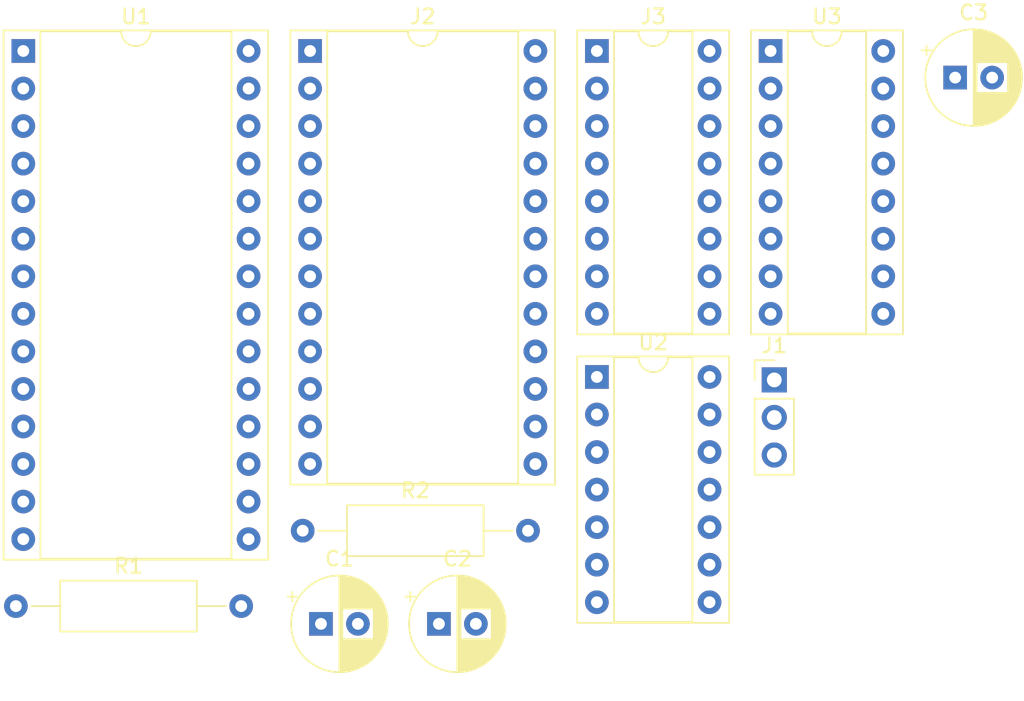
<source format=kicad_pcb>
(kicad_pcb (version 20171130) (host pcbnew 5.1.10)

  (general
    (thickness 1.6)
    (drawings 0)
    (tracks 0)
    (zones 0)
    (modules 11)
    (nets 47)
  )

  (page A4)
  (layers
    (0 F.Cu signal)
    (31 B.Cu signal)
    (32 B.Adhes user)
    (33 F.Adhes user)
    (34 B.Paste user)
    (35 F.Paste user)
    (36 B.SilkS user)
    (37 F.SilkS user)
    (38 B.Mask user)
    (39 F.Mask user)
    (40 Dwgs.User user)
    (41 Cmts.User user)
    (42 Eco1.User user)
    (43 Eco2.User user)
    (44 Edge.Cuts user)
    (45 Margin user)
    (46 B.CrtYd user)
    (47 F.CrtYd user)
    (48 B.Fab user)
    (49 F.Fab user)
  )

  (setup
    (last_trace_width 0.25)
    (trace_clearance 0.2)
    (zone_clearance 0.508)
    (zone_45_only no)
    (trace_min 0.2)
    (via_size 0.8)
    (via_drill 0.4)
    (via_min_size 0.4)
    (via_min_drill 0.3)
    (uvia_size 0.3)
    (uvia_drill 0.1)
    (uvias_allowed no)
    (uvia_min_size 0.2)
    (uvia_min_drill 0.1)
    (edge_width 0.05)
    (segment_width 0.2)
    (pcb_text_width 0.3)
    (pcb_text_size 1.5 1.5)
    (mod_edge_width 0.12)
    (mod_text_size 1 1)
    (mod_text_width 0.15)
    (pad_size 1.524 1.524)
    (pad_drill 0.762)
    (pad_to_mask_clearance 0)
    (aux_axis_origin 0 0)
    (visible_elements FFFFFF7F)
    (pcbplotparams
      (layerselection 0x010fc_ffffffff)
      (usegerberextensions false)
      (usegerberattributes true)
      (usegerberadvancedattributes true)
      (creategerberjobfile true)
      (excludeedgelayer true)
      (linewidth 0.100000)
      (plotframeref false)
      (viasonmask false)
      (mode 1)
      (useauxorigin false)
      (hpglpennumber 1)
      (hpglpenspeed 20)
      (hpglpendiameter 15.000000)
      (psnegative false)
      (psa4output false)
      (plotreference true)
      (plotvalue true)
      (plotinvisibletext false)
      (padsonsilk false)
      (subtractmaskfromsilk false)
      (outputformat 1)
      (mirror false)
      (drillshape 1)
      (scaleselection 1)
      (outputdirectory ""))
  )

  (net 0 "")
  (net 1 VCC)
  (net 2 GND)
  (net 3 "Net-(J1-Pad1)")
  (net 4 A14)
  (net 5 A7)
  (net 6 D3)
  (net 7 A8)
  (net 8 D4)
  (net 9 A5)
  (net 10 D5)
  (net 11 A4)
  (net 12 D6)
  (net 13 A3)
  (net 14 D7)
  (net 15 A2)
  (net 16 A_PD)
  (net 17 A1)
  (net 18 A10)
  (net 19 A0)
  (net 20 A_N_CS)
  (net 21 D0)
  (net 22 "Net-(J2-Pad21)")
  (net 23 D1)
  (net 24 A9)
  (net 25 D2)
  (net 26 A11)
  (net 27 A_SEL_6)
  (net 28 A12)
  (net 29 A_SEL_5)
  (net 30 A13)
  (net 31 A_SEL_4)
  (net 32 A_CLK0)
  (net 33 A_SEL_3)
  (net 34 A_CLK1)
  (net 35 A_SEL_2)
  (net 36 E3)
  (net 37 A_SEL_1)
  (net 38 A_SEL_7)
  (net 39 A_SEL_0)
  (net 40 "Net-(R1-Pad1)")
  (net 41 "Net-(R2-Pad1)")
  (net 42 A6)
  (net 43 N_CS)
  (net 44 N_OE)
  (net 45 "Net-(U2-Pad3)")
  (net 46 "Net-(U2-Pad10)")

  (net_class Default "This is the default net class."
    (clearance 0.2)
    (trace_width 0.25)
    (via_dia 0.8)
    (via_drill 0.4)
    (uvia_dia 0.3)
    (uvia_drill 0.1)
    (add_net A0)
    (add_net A1)
    (add_net A10)
    (add_net A11)
    (add_net A12)
    (add_net A13)
    (add_net A14)
    (add_net A2)
    (add_net A3)
    (add_net A4)
    (add_net A5)
    (add_net A6)
    (add_net A7)
    (add_net A8)
    (add_net A9)
    (add_net A_CLK0)
    (add_net A_CLK1)
    (add_net A_N_CS)
    (add_net A_PD)
    (add_net A_SEL_0)
    (add_net A_SEL_1)
    (add_net A_SEL_2)
    (add_net A_SEL_3)
    (add_net A_SEL_4)
    (add_net A_SEL_5)
    (add_net A_SEL_6)
    (add_net A_SEL_7)
    (add_net D0)
    (add_net D1)
    (add_net D2)
    (add_net D3)
    (add_net D4)
    (add_net D5)
    (add_net D6)
    (add_net D7)
    (add_net E3)
    (add_net GND)
    (add_net N_CS)
    (add_net N_OE)
    (add_net "Net-(J1-Pad1)")
    (add_net "Net-(J2-Pad21)")
    (add_net "Net-(R1-Pad1)")
    (add_net "Net-(R2-Pad1)")
    (add_net "Net-(U2-Pad10)")
    (add_net "Net-(U2-Pad3)")
    (add_net VCC)
  )

  (module Capacitor_THT:CP_Radial_D6.3mm_P2.50mm (layer F.Cu) (tedit 5AE50EF0) (tstamp 60C48551)
    (at 80.130242 107.939001)
    (descr "CP, Radial series, Radial, pin pitch=2.50mm, , diameter=6.3mm, Electrolytic Capacitor")
    (tags "CP Radial series Radial pin pitch 2.50mm  diameter 6.3mm Electrolytic Capacitor")
    (path /60D22817)
    (fp_text reference C1 (at 1.25 -4.4) (layer F.SilkS)
      (effects (font (size 1 1) (thickness 0.15)))
    )
    (fp_text value 0.1uF (at 1.25 4.4) (layer F.Fab)
      (effects (font (size 1 1) (thickness 0.15)))
    )
    (fp_line (start -1.935241 -2.154) (end -1.935241 -1.524) (layer F.SilkS) (width 0.12))
    (fp_line (start -2.250241 -1.839) (end -1.620241 -1.839) (layer F.SilkS) (width 0.12))
    (fp_line (start 4.491 -0.402) (end 4.491 0.402) (layer F.SilkS) (width 0.12))
    (fp_line (start 4.451 -0.633) (end 4.451 0.633) (layer F.SilkS) (width 0.12))
    (fp_line (start 4.411 -0.802) (end 4.411 0.802) (layer F.SilkS) (width 0.12))
    (fp_line (start 4.371 -0.94) (end 4.371 0.94) (layer F.SilkS) (width 0.12))
    (fp_line (start 4.331 -1.059) (end 4.331 1.059) (layer F.SilkS) (width 0.12))
    (fp_line (start 4.291 -1.165) (end 4.291 1.165) (layer F.SilkS) (width 0.12))
    (fp_line (start 4.251 -1.262) (end 4.251 1.262) (layer F.SilkS) (width 0.12))
    (fp_line (start 4.211 -1.35) (end 4.211 1.35) (layer F.SilkS) (width 0.12))
    (fp_line (start 4.171 -1.432) (end 4.171 1.432) (layer F.SilkS) (width 0.12))
    (fp_line (start 4.131 -1.509) (end 4.131 1.509) (layer F.SilkS) (width 0.12))
    (fp_line (start 4.091 -1.581) (end 4.091 1.581) (layer F.SilkS) (width 0.12))
    (fp_line (start 4.051 -1.65) (end 4.051 1.65) (layer F.SilkS) (width 0.12))
    (fp_line (start 4.011 -1.714) (end 4.011 1.714) (layer F.SilkS) (width 0.12))
    (fp_line (start 3.971 -1.776) (end 3.971 1.776) (layer F.SilkS) (width 0.12))
    (fp_line (start 3.931 -1.834) (end 3.931 1.834) (layer F.SilkS) (width 0.12))
    (fp_line (start 3.891 -1.89) (end 3.891 1.89) (layer F.SilkS) (width 0.12))
    (fp_line (start 3.851 -1.944) (end 3.851 1.944) (layer F.SilkS) (width 0.12))
    (fp_line (start 3.811 -1.995) (end 3.811 1.995) (layer F.SilkS) (width 0.12))
    (fp_line (start 3.771 -2.044) (end 3.771 2.044) (layer F.SilkS) (width 0.12))
    (fp_line (start 3.731 -2.092) (end 3.731 2.092) (layer F.SilkS) (width 0.12))
    (fp_line (start 3.691 -2.137) (end 3.691 2.137) (layer F.SilkS) (width 0.12))
    (fp_line (start 3.651 -2.182) (end 3.651 2.182) (layer F.SilkS) (width 0.12))
    (fp_line (start 3.611 -2.224) (end 3.611 2.224) (layer F.SilkS) (width 0.12))
    (fp_line (start 3.571 -2.265) (end 3.571 2.265) (layer F.SilkS) (width 0.12))
    (fp_line (start 3.531 1.04) (end 3.531 2.305) (layer F.SilkS) (width 0.12))
    (fp_line (start 3.531 -2.305) (end 3.531 -1.04) (layer F.SilkS) (width 0.12))
    (fp_line (start 3.491 1.04) (end 3.491 2.343) (layer F.SilkS) (width 0.12))
    (fp_line (start 3.491 -2.343) (end 3.491 -1.04) (layer F.SilkS) (width 0.12))
    (fp_line (start 3.451 1.04) (end 3.451 2.38) (layer F.SilkS) (width 0.12))
    (fp_line (start 3.451 -2.38) (end 3.451 -1.04) (layer F.SilkS) (width 0.12))
    (fp_line (start 3.411 1.04) (end 3.411 2.416) (layer F.SilkS) (width 0.12))
    (fp_line (start 3.411 -2.416) (end 3.411 -1.04) (layer F.SilkS) (width 0.12))
    (fp_line (start 3.371 1.04) (end 3.371 2.45) (layer F.SilkS) (width 0.12))
    (fp_line (start 3.371 -2.45) (end 3.371 -1.04) (layer F.SilkS) (width 0.12))
    (fp_line (start 3.331 1.04) (end 3.331 2.484) (layer F.SilkS) (width 0.12))
    (fp_line (start 3.331 -2.484) (end 3.331 -1.04) (layer F.SilkS) (width 0.12))
    (fp_line (start 3.291 1.04) (end 3.291 2.516) (layer F.SilkS) (width 0.12))
    (fp_line (start 3.291 -2.516) (end 3.291 -1.04) (layer F.SilkS) (width 0.12))
    (fp_line (start 3.251 1.04) (end 3.251 2.548) (layer F.SilkS) (width 0.12))
    (fp_line (start 3.251 -2.548) (end 3.251 -1.04) (layer F.SilkS) (width 0.12))
    (fp_line (start 3.211 1.04) (end 3.211 2.578) (layer F.SilkS) (width 0.12))
    (fp_line (start 3.211 -2.578) (end 3.211 -1.04) (layer F.SilkS) (width 0.12))
    (fp_line (start 3.171 1.04) (end 3.171 2.607) (layer F.SilkS) (width 0.12))
    (fp_line (start 3.171 -2.607) (end 3.171 -1.04) (layer F.SilkS) (width 0.12))
    (fp_line (start 3.131 1.04) (end 3.131 2.636) (layer F.SilkS) (width 0.12))
    (fp_line (start 3.131 -2.636) (end 3.131 -1.04) (layer F.SilkS) (width 0.12))
    (fp_line (start 3.091 1.04) (end 3.091 2.664) (layer F.SilkS) (width 0.12))
    (fp_line (start 3.091 -2.664) (end 3.091 -1.04) (layer F.SilkS) (width 0.12))
    (fp_line (start 3.051 1.04) (end 3.051 2.69) (layer F.SilkS) (width 0.12))
    (fp_line (start 3.051 -2.69) (end 3.051 -1.04) (layer F.SilkS) (width 0.12))
    (fp_line (start 3.011 1.04) (end 3.011 2.716) (layer F.SilkS) (width 0.12))
    (fp_line (start 3.011 -2.716) (end 3.011 -1.04) (layer F.SilkS) (width 0.12))
    (fp_line (start 2.971 1.04) (end 2.971 2.742) (layer F.SilkS) (width 0.12))
    (fp_line (start 2.971 -2.742) (end 2.971 -1.04) (layer F.SilkS) (width 0.12))
    (fp_line (start 2.931 1.04) (end 2.931 2.766) (layer F.SilkS) (width 0.12))
    (fp_line (start 2.931 -2.766) (end 2.931 -1.04) (layer F.SilkS) (width 0.12))
    (fp_line (start 2.891 1.04) (end 2.891 2.79) (layer F.SilkS) (width 0.12))
    (fp_line (start 2.891 -2.79) (end 2.891 -1.04) (layer F.SilkS) (width 0.12))
    (fp_line (start 2.851 1.04) (end 2.851 2.812) (layer F.SilkS) (width 0.12))
    (fp_line (start 2.851 -2.812) (end 2.851 -1.04) (layer F.SilkS) (width 0.12))
    (fp_line (start 2.811 1.04) (end 2.811 2.834) (layer F.SilkS) (width 0.12))
    (fp_line (start 2.811 -2.834) (end 2.811 -1.04) (layer F.SilkS) (width 0.12))
    (fp_line (start 2.771 1.04) (end 2.771 2.856) (layer F.SilkS) (width 0.12))
    (fp_line (start 2.771 -2.856) (end 2.771 -1.04) (layer F.SilkS) (width 0.12))
    (fp_line (start 2.731 1.04) (end 2.731 2.876) (layer F.SilkS) (width 0.12))
    (fp_line (start 2.731 -2.876) (end 2.731 -1.04) (layer F.SilkS) (width 0.12))
    (fp_line (start 2.691 1.04) (end 2.691 2.896) (layer F.SilkS) (width 0.12))
    (fp_line (start 2.691 -2.896) (end 2.691 -1.04) (layer F.SilkS) (width 0.12))
    (fp_line (start 2.651 1.04) (end 2.651 2.916) (layer F.SilkS) (width 0.12))
    (fp_line (start 2.651 -2.916) (end 2.651 -1.04) (layer F.SilkS) (width 0.12))
    (fp_line (start 2.611 1.04) (end 2.611 2.934) (layer F.SilkS) (width 0.12))
    (fp_line (start 2.611 -2.934) (end 2.611 -1.04) (layer F.SilkS) (width 0.12))
    (fp_line (start 2.571 1.04) (end 2.571 2.952) (layer F.SilkS) (width 0.12))
    (fp_line (start 2.571 -2.952) (end 2.571 -1.04) (layer F.SilkS) (width 0.12))
    (fp_line (start 2.531 1.04) (end 2.531 2.97) (layer F.SilkS) (width 0.12))
    (fp_line (start 2.531 -2.97) (end 2.531 -1.04) (layer F.SilkS) (width 0.12))
    (fp_line (start 2.491 1.04) (end 2.491 2.986) (layer F.SilkS) (width 0.12))
    (fp_line (start 2.491 -2.986) (end 2.491 -1.04) (layer F.SilkS) (width 0.12))
    (fp_line (start 2.451 1.04) (end 2.451 3.002) (layer F.SilkS) (width 0.12))
    (fp_line (start 2.451 -3.002) (end 2.451 -1.04) (layer F.SilkS) (width 0.12))
    (fp_line (start 2.411 1.04) (end 2.411 3.018) (layer F.SilkS) (width 0.12))
    (fp_line (start 2.411 -3.018) (end 2.411 -1.04) (layer F.SilkS) (width 0.12))
    (fp_line (start 2.371 1.04) (end 2.371 3.033) (layer F.SilkS) (width 0.12))
    (fp_line (start 2.371 -3.033) (end 2.371 -1.04) (layer F.SilkS) (width 0.12))
    (fp_line (start 2.331 1.04) (end 2.331 3.047) (layer F.SilkS) (width 0.12))
    (fp_line (start 2.331 -3.047) (end 2.331 -1.04) (layer F.SilkS) (width 0.12))
    (fp_line (start 2.291 1.04) (end 2.291 3.061) (layer F.SilkS) (width 0.12))
    (fp_line (start 2.291 -3.061) (end 2.291 -1.04) (layer F.SilkS) (width 0.12))
    (fp_line (start 2.251 1.04) (end 2.251 3.074) (layer F.SilkS) (width 0.12))
    (fp_line (start 2.251 -3.074) (end 2.251 -1.04) (layer F.SilkS) (width 0.12))
    (fp_line (start 2.211 1.04) (end 2.211 3.086) (layer F.SilkS) (width 0.12))
    (fp_line (start 2.211 -3.086) (end 2.211 -1.04) (layer F.SilkS) (width 0.12))
    (fp_line (start 2.171 1.04) (end 2.171 3.098) (layer F.SilkS) (width 0.12))
    (fp_line (start 2.171 -3.098) (end 2.171 -1.04) (layer F.SilkS) (width 0.12))
    (fp_line (start 2.131 1.04) (end 2.131 3.11) (layer F.SilkS) (width 0.12))
    (fp_line (start 2.131 -3.11) (end 2.131 -1.04) (layer F.SilkS) (width 0.12))
    (fp_line (start 2.091 1.04) (end 2.091 3.121) (layer F.SilkS) (width 0.12))
    (fp_line (start 2.091 -3.121) (end 2.091 -1.04) (layer F.SilkS) (width 0.12))
    (fp_line (start 2.051 1.04) (end 2.051 3.131) (layer F.SilkS) (width 0.12))
    (fp_line (start 2.051 -3.131) (end 2.051 -1.04) (layer F.SilkS) (width 0.12))
    (fp_line (start 2.011 1.04) (end 2.011 3.141) (layer F.SilkS) (width 0.12))
    (fp_line (start 2.011 -3.141) (end 2.011 -1.04) (layer F.SilkS) (width 0.12))
    (fp_line (start 1.971 1.04) (end 1.971 3.15) (layer F.SilkS) (width 0.12))
    (fp_line (start 1.971 -3.15) (end 1.971 -1.04) (layer F.SilkS) (width 0.12))
    (fp_line (start 1.93 1.04) (end 1.93 3.159) (layer F.SilkS) (width 0.12))
    (fp_line (start 1.93 -3.159) (end 1.93 -1.04) (layer F.SilkS) (width 0.12))
    (fp_line (start 1.89 1.04) (end 1.89 3.167) (layer F.SilkS) (width 0.12))
    (fp_line (start 1.89 -3.167) (end 1.89 -1.04) (layer F.SilkS) (width 0.12))
    (fp_line (start 1.85 1.04) (end 1.85 3.175) (layer F.SilkS) (width 0.12))
    (fp_line (start 1.85 -3.175) (end 1.85 -1.04) (layer F.SilkS) (width 0.12))
    (fp_line (start 1.81 1.04) (end 1.81 3.182) (layer F.SilkS) (width 0.12))
    (fp_line (start 1.81 -3.182) (end 1.81 -1.04) (layer F.SilkS) (width 0.12))
    (fp_line (start 1.77 1.04) (end 1.77 3.189) (layer F.SilkS) (width 0.12))
    (fp_line (start 1.77 -3.189) (end 1.77 -1.04) (layer F.SilkS) (width 0.12))
    (fp_line (start 1.73 1.04) (end 1.73 3.195) (layer F.SilkS) (width 0.12))
    (fp_line (start 1.73 -3.195) (end 1.73 -1.04) (layer F.SilkS) (width 0.12))
    (fp_line (start 1.69 1.04) (end 1.69 3.201) (layer F.SilkS) (width 0.12))
    (fp_line (start 1.69 -3.201) (end 1.69 -1.04) (layer F.SilkS) (width 0.12))
    (fp_line (start 1.65 1.04) (end 1.65 3.206) (layer F.SilkS) (width 0.12))
    (fp_line (start 1.65 -3.206) (end 1.65 -1.04) (layer F.SilkS) (width 0.12))
    (fp_line (start 1.61 1.04) (end 1.61 3.211) (layer F.SilkS) (width 0.12))
    (fp_line (start 1.61 -3.211) (end 1.61 -1.04) (layer F.SilkS) (width 0.12))
    (fp_line (start 1.57 1.04) (end 1.57 3.215) (layer F.SilkS) (width 0.12))
    (fp_line (start 1.57 -3.215) (end 1.57 -1.04) (layer F.SilkS) (width 0.12))
    (fp_line (start 1.53 1.04) (end 1.53 3.218) (layer F.SilkS) (width 0.12))
    (fp_line (start 1.53 -3.218) (end 1.53 -1.04) (layer F.SilkS) (width 0.12))
    (fp_line (start 1.49 1.04) (end 1.49 3.222) (layer F.SilkS) (width 0.12))
    (fp_line (start 1.49 -3.222) (end 1.49 -1.04) (layer F.SilkS) (width 0.12))
    (fp_line (start 1.45 -3.224) (end 1.45 3.224) (layer F.SilkS) (width 0.12))
    (fp_line (start 1.41 -3.227) (end 1.41 3.227) (layer F.SilkS) (width 0.12))
    (fp_line (start 1.37 -3.228) (end 1.37 3.228) (layer F.SilkS) (width 0.12))
    (fp_line (start 1.33 -3.23) (end 1.33 3.23) (layer F.SilkS) (width 0.12))
    (fp_line (start 1.29 -3.23) (end 1.29 3.23) (layer F.SilkS) (width 0.12))
    (fp_line (start 1.25 -3.23) (end 1.25 3.23) (layer F.SilkS) (width 0.12))
    (fp_line (start -1.128972 -1.6885) (end -1.128972 -1.0585) (layer F.Fab) (width 0.1))
    (fp_line (start -1.443972 -1.3735) (end -0.813972 -1.3735) (layer F.Fab) (width 0.1))
    (fp_circle (center 1.25 0) (end 4.65 0) (layer F.CrtYd) (width 0.05))
    (fp_circle (center 1.25 0) (end 4.52 0) (layer F.SilkS) (width 0.12))
    (fp_circle (center 1.25 0) (end 4.4 0) (layer F.Fab) (width 0.1))
    (fp_text user %R (at 1.25 0) (layer F.Fab)
      (effects (font (size 1 1) (thickness 0.15)))
    )
    (pad 1 thru_hole rect (at 0 0) (size 1.6 1.6) (drill 0.8) (layers *.Cu *.Mask)
      (net 1 VCC))
    (pad 2 thru_hole circle (at 2.5 0) (size 1.6 1.6) (drill 0.8) (layers *.Cu *.Mask)
      (net 2 GND))
    (model ${KISYS3DMOD}/Capacitor_THT.3dshapes/CP_Radial_D6.3mm_P2.50mm.wrl
      (at (xyz 0 0 0))
      (scale (xyz 1 1 1))
      (rotate (xyz 0 0 0))
    )
  )

  (module Capacitor_THT:CP_Radial_D6.3mm_P2.50mm (layer F.Cu) (tedit 5AE50EF0) (tstamp 60C485E5)
    (at 88.110242 107.939001)
    (descr "CP, Radial series, Radial, pin pitch=2.50mm, , diameter=6.3mm, Electrolytic Capacitor")
    (tags "CP Radial series Radial pin pitch 2.50mm  diameter 6.3mm Electrolytic Capacitor")
    (path /60D24BED)
    (fp_text reference C2 (at 1.25 -4.4) (layer F.SilkS)
      (effects (font (size 1 1) (thickness 0.15)))
    )
    (fp_text value 0.1uF (at 1.25 4.4) (layer F.Fab)
      (effects (font (size 1 1) (thickness 0.15)))
    )
    (fp_text user %R (at 1.25 0) (layer F.Fab)
      (effects (font (size 1 1) (thickness 0.15)))
    )
    (fp_circle (center 1.25 0) (end 4.4 0) (layer F.Fab) (width 0.1))
    (fp_circle (center 1.25 0) (end 4.52 0) (layer F.SilkS) (width 0.12))
    (fp_circle (center 1.25 0) (end 4.65 0) (layer F.CrtYd) (width 0.05))
    (fp_line (start -1.443972 -1.3735) (end -0.813972 -1.3735) (layer F.Fab) (width 0.1))
    (fp_line (start -1.128972 -1.6885) (end -1.128972 -1.0585) (layer F.Fab) (width 0.1))
    (fp_line (start 1.25 -3.23) (end 1.25 3.23) (layer F.SilkS) (width 0.12))
    (fp_line (start 1.29 -3.23) (end 1.29 3.23) (layer F.SilkS) (width 0.12))
    (fp_line (start 1.33 -3.23) (end 1.33 3.23) (layer F.SilkS) (width 0.12))
    (fp_line (start 1.37 -3.228) (end 1.37 3.228) (layer F.SilkS) (width 0.12))
    (fp_line (start 1.41 -3.227) (end 1.41 3.227) (layer F.SilkS) (width 0.12))
    (fp_line (start 1.45 -3.224) (end 1.45 3.224) (layer F.SilkS) (width 0.12))
    (fp_line (start 1.49 -3.222) (end 1.49 -1.04) (layer F.SilkS) (width 0.12))
    (fp_line (start 1.49 1.04) (end 1.49 3.222) (layer F.SilkS) (width 0.12))
    (fp_line (start 1.53 -3.218) (end 1.53 -1.04) (layer F.SilkS) (width 0.12))
    (fp_line (start 1.53 1.04) (end 1.53 3.218) (layer F.SilkS) (width 0.12))
    (fp_line (start 1.57 -3.215) (end 1.57 -1.04) (layer F.SilkS) (width 0.12))
    (fp_line (start 1.57 1.04) (end 1.57 3.215) (layer F.SilkS) (width 0.12))
    (fp_line (start 1.61 -3.211) (end 1.61 -1.04) (layer F.SilkS) (width 0.12))
    (fp_line (start 1.61 1.04) (end 1.61 3.211) (layer F.SilkS) (width 0.12))
    (fp_line (start 1.65 -3.206) (end 1.65 -1.04) (layer F.SilkS) (width 0.12))
    (fp_line (start 1.65 1.04) (end 1.65 3.206) (layer F.SilkS) (width 0.12))
    (fp_line (start 1.69 -3.201) (end 1.69 -1.04) (layer F.SilkS) (width 0.12))
    (fp_line (start 1.69 1.04) (end 1.69 3.201) (layer F.SilkS) (width 0.12))
    (fp_line (start 1.73 -3.195) (end 1.73 -1.04) (layer F.SilkS) (width 0.12))
    (fp_line (start 1.73 1.04) (end 1.73 3.195) (layer F.SilkS) (width 0.12))
    (fp_line (start 1.77 -3.189) (end 1.77 -1.04) (layer F.SilkS) (width 0.12))
    (fp_line (start 1.77 1.04) (end 1.77 3.189) (layer F.SilkS) (width 0.12))
    (fp_line (start 1.81 -3.182) (end 1.81 -1.04) (layer F.SilkS) (width 0.12))
    (fp_line (start 1.81 1.04) (end 1.81 3.182) (layer F.SilkS) (width 0.12))
    (fp_line (start 1.85 -3.175) (end 1.85 -1.04) (layer F.SilkS) (width 0.12))
    (fp_line (start 1.85 1.04) (end 1.85 3.175) (layer F.SilkS) (width 0.12))
    (fp_line (start 1.89 -3.167) (end 1.89 -1.04) (layer F.SilkS) (width 0.12))
    (fp_line (start 1.89 1.04) (end 1.89 3.167) (layer F.SilkS) (width 0.12))
    (fp_line (start 1.93 -3.159) (end 1.93 -1.04) (layer F.SilkS) (width 0.12))
    (fp_line (start 1.93 1.04) (end 1.93 3.159) (layer F.SilkS) (width 0.12))
    (fp_line (start 1.971 -3.15) (end 1.971 -1.04) (layer F.SilkS) (width 0.12))
    (fp_line (start 1.971 1.04) (end 1.971 3.15) (layer F.SilkS) (width 0.12))
    (fp_line (start 2.011 -3.141) (end 2.011 -1.04) (layer F.SilkS) (width 0.12))
    (fp_line (start 2.011 1.04) (end 2.011 3.141) (layer F.SilkS) (width 0.12))
    (fp_line (start 2.051 -3.131) (end 2.051 -1.04) (layer F.SilkS) (width 0.12))
    (fp_line (start 2.051 1.04) (end 2.051 3.131) (layer F.SilkS) (width 0.12))
    (fp_line (start 2.091 -3.121) (end 2.091 -1.04) (layer F.SilkS) (width 0.12))
    (fp_line (start 2.091 1.04) (end 2.091 3.121) (layer F.SilkS) (width 0.12))
    (fp_line (start 2.131 -3.11) (end 2.131 -1.04) (layer F.SilkS) (width 0.12))
    (fp_line (start 2.131 1.04) (end 2.131 3.11) (layer F.SilkS) (width 0.12))
    (fp_line (start 2.171 -3.098) (end 2.171 -1.04) (layer F.SilkS) (width 0.12))
    (fp_line (start 2.171 1.04) (end 2.171 3.098) (layer F.SilkS) (width 0.12))
    (fp_line (start 2.211 -3.086) (end 2.211 -1.04) (layer F.SilkS) (width 0.12))
    (fp_line (start 2.211 1.04) (end 2.211 3.086) (layer F.SilkS) (width 0.12))
    (fp_line (start 2.251 -3.074) (end 2.251 -1.04) (layer F.SilkS) (width 0.12))
    (fp_line (start 2.251 1.04) (end 2.251 3.074) (layer F.SilkS) (width 0.12))
    (fp_line (start 2.291 -3.061) (end 2.291 -1.04) (layer F.SilkS) (width 0.12))
    (fp_line (start 2.291 1.04) (end 2.291 3.061) (layer F.SilkS) (width 0.12))
    (fp_line (start 2.331 -3.047) (end 2.331 -1.04) (layer F.SilkS) (width 0.12))
    (fp_line (start 2.331 1.04) (end 2.331 3.047) (layer F.SilkS) (width 0.12))
    (fp_line (start 2.371 -3.033) (end 2.371 -1.04) (layer F.SilkS) (width 0.12))
    (fp_line (start 2.371 1.04) (end 2.371 3.033) (layer F.SilkS) (width 0.12))
    (fp_line (start 2.411 -3.018) (end 2.411 -1.04) (layer F.SilkS) (width 0.12))
    (fp_line (start 2.411 1.04) (end 2.411 3.018) (layer F.SilkS) (width 0.12))
    (fp_line (start 2.451 -3.002) (end 2.451 -1.04) (layer F.SilkS) (width 0.12))
    (fp_line (start 2.451 1.04) (end 2.451 3.002) (layer F.SilkS) (width 0.12))
    (fp_line (start 2.491 -2.986) (end 2.491 -1.04) (layer F.SilkS) (width 0.12))
    (fp_line (start 2.491 1.04) (end 2.491 2.986) (layer F.SilkS) (width 0.12))
    (fp_line (start 2.531 -2.97) (end 2.531 -1.04) (layer F.SilkS) (width 0.12))
    (fp_line (start 2.531 1.04) (end 2.531 2.97) (layer F.SilkS) (width 0.12))
    (fp_line (start 2.571 -2.952) (end 2.571 -1.04) (layer F.SilkS) (width 0.12))
    (fp_line (start 2.571 1.04) (end 2.571 2.952) (layer F.SilkS) (width 0.12))
    (fp_line (start 2.611 -2.934) (end 2.611 -1.04) (layer F.SilkS) (width 0.12))
    (fp_line (start 2.611 1.04) (end 2.611 2.934) (layer F.SilkS) (width 0.12))
    (fp_line (start 2.651 -2.916) (end 2.651 -1.04) (layer F.SilkS) (width 0.12))
    (fp_line (start 2.651 1.04) (end 2.651 2.916) (layer F.SilkS) (width 0.12))
    (fp_line (start 2.691 -2.896) (end 2.691 -1.04) (layer F.SilkS) (width 0.12))
    (fp_line (start 2.691 1.04) (end 2.691 2.896) (layer F.SilkS) (width 0.12))
    (fp_line (start 2.731 -2.876) (end 2.731 -1.04) (layer F.SilkS) (width 0.12))
    (fp_line (start 2.731 1.04) (end 2.731 2.876) (layer F.SilkS) (width 0.12))
    (fp_line (start 2.771 -2.856) (end 2.771 -1.04) (layer F.SilkS) (width 0.12))
    (fp_line (start 2.771 1.04) (end 2.771 2.856) (layer F.SilkS) (width 0.12))
    (fp_line (start 2.811 -2.834) (end 2.811 -1.04) (layer F.SilkS) (width 0.12))
    (fp_line (start 2.811 1.04) (end 2.811 2.834) (layer F.SilkS) (width 0.12))
    (fp_line (start 2.851 -2.812) (end 2.851 -1.04) (layer F.SilkS) (width 0.12))
    (fp_line (start 2.851 1.04) (end 2.851 2.812) (layer F.SilkS) (width 0.12))
    (fp_line (start 2.891 -2.79) (end 2.891 -1.04) (layer F.SilkS) (width 0.12))
    (fp_line (start 2.891 1.04) (end 2.891 2.79) (layer F.SilkS) (width 0.12))
    (fp_line (start 2.931 -2.766) (end 2.931 -1.04) (layer F.SilkS) (width 0.12))
    (fp_line (start 2.931 1.04) (end 2.931 2.766) (layer F.SilkS) (width 0.12))
    (fp_line (start 2.971 -2.742) (end 2.971 -1.04) (layer F.SilkS) (width 0.12))
    (fp_line (start 2.971 1.04) (end 2.971 2.742) (layer F.SilkS) (width 0.12))
    (fp_line (start 3.011 -2.716) (end 3.011 -1.04) (layer F.SilkS) (width 0.12))
    (fp_line (start 3.011 1.04) (end 3.011 2.716) (layer F.SilkS) (width 0.12))
    (fp_line (start 3.051 -2.69) (end 3.051 -1.04) (layer F.SilkS) (width 0.12))
    (fp_line (start 3.051 1.04) (end 3.051 2.69) (layer F.SilkS) (width 0.12))
    (fp_line (start 3.091 -2.664) (end 3.091 -1.04) (layer F.SilkS) (width 0.12))
    (fp_line (start 3.091 1.04) (end 3.091 2.664) (layer F.SilkS) (width 0.12))
    (fp_line (start 3.131 -2.636) (end 3.131 -1.04) (layer F.SilkS) (width 0.12))
    (fp_line (start 3.131 1.04) (end 3.131 2.636) (layer F.SilkS) (width 0.12))
    (fp_line (start 3.171 -2.607) (end 3.171 -1.04) (layer F.SilkS) (width 0.12))
    (fp_line (start 3.171 1.04) (end 3.171 2.607) (layer F.SilkS) (width 0.12))
    (fp_line (start 3.211 -2.578) (end 3.211 -1.04) (layer F.SilkS) (width 0.12))
    (fp_line (start 3.211 1.04) (end 3.211 2.578) (layer F.SilkS) (width 0.12))
    (fp_line (start 3.251 -2.548) (end 3.251 -1.04) (layer F.SilkS) (width 0.12))
    (fp_line (start 3.251 1.04) (end 3.251 2.548) (layer F.SilkS) (width 0.12))
    (fp_line (start 3.291 -2.516) (end 3.291 -1.04) (layer F.SilkS) (width 0.12))
    (fp_line (start 3.291 1.04) (end 3.291 2.516) (layer F.SilkS) (width 0.12))
    (fp_line (start 3.331 -2.484) (end 3.331 -1.04) (layer F.SilkS) (width 0.12))
    (fp_line (start 3.331 1.04) (end 3.331 2.484) (layer F.SilkS) (width 0.12))
    (fp_line (start 3.371 -2.45) (end 3.371 -1.04) (layer F.SilkS) (width 0.12))
    (fp_line (start 3.371 1.04) (end 3.371 2.45) (layer F.SilkS) (width 0.12))
    (fp_line (start 3.411 -2.416) (end 3.411 -1.04) (layer F.SilkS) (width 0.12))
    (fp_line (start 3.411 1.04) (end 3.411 2.416) (layer F.SilkS) (width 0.12))
    (fp_line (start 3.451 -2.38) (end 3.451 -1.04) (layer F.SilkS) (width 0.12))
    (fp_line (start 3.451 1.04) (end 3.451 2.38) (layer F.SilkS) (width 0.12))
    (fp_line (start 3.491 -2.343) (end 3.491 -1.04) (layer F.SilkS) (width 0.12))
    (fp_line (start 3.491 1.04) (end 3.491 2.343) (layer F.SilkS) (width 0.12))
    (fp_line (start 3.531 -2.305) (end 3.531 -1.04) (layer F.SilkS) (width 0.12))
    (fp_line (start 3.531 1.04) (end 3.531 2.305) (layer F.SilkS) (width 0.12))
    (fp_line (start 3.571 -2.265) (end 3.571 2.265) (layer F.SilkS) (width 0.12))
    (fp_line (start 3.611 -2.224) (end 3.611 2.224) (layer F.SilkS) (width 0.12))
    (fp_line (start 3.651 -2.182) (end 3.651 2.182) (layer F.SilkS) (width 0.12))
    (fp_line (start 3.691 -2.137) (end 3.691 2.137) (layer F.SilkS) (width 0.12))
    (fp_line (start 3.731 -2.092) (end 3.731 2.092) (layer F.SilkS) (width 0.12))
    (fp_line (start 3.771 -2.044) (end 3.771 2.044) (layer F.SilkS) (width 0.12))
    (fp_line (start 3.811 -1.995) (end 3.811 1.995) (layer F.SilkS) (width 0.12))
    (fp_line (start 3.851 -1.944) (end 3.851 1.944) (layer F.SilkS) (width 0.12))
    (fp_line (start 3.891 -1.89) (end 3.891 1.89) (layer F.SilkS) (width 0.12))
    (fp_line (start 3.931 -1.834) (end 3.931 1.834) (layer F.SilkS) (width 0.12))
    (fp_line (start 3.971 -1.776) (end 3.971 1.776) (layer F.SilkS) (width 0.12))
    (fp_line (start 4.011 -1.714) (end 4.011 1.714) (layer F.SilkS) (width 0.12))
    (fp_line (start 4.051 -1.65) (end 4.051 1.65) (layer F.SilkS) (width 0.12))
    (fp_line (start 4.091 -1.581) (end 4.091 1.581) (layer F.SilkS) (width 0.12))
    (fp_line (start 4.131 -1.509) (end 4.131 1.509) (layer F.SilkS) (width 0.12))
    (fp_line (start 4.171 -1.432) (end 4.171 1.432) (layer F.SilkS) (width 0.12))
    (fp_line (start 4.211 -1.35) (end 4.211 1.35) (layer F.SilkS) (width 0.12))
    (fp_line (start 4.251 -1.262) (end 4.251 1.262) (layer F.SilkS) (width 0.12))
    (fp_line (start 4.291 -1.165) (end 4.291 1.165) (layer F.SilkS) (width 0.12))
    (fp_line (start 4.331 -1.059) (end 4.331 1.059) (layer F.SilkS) (width 0.12))
    (fp_line (start 4.371 -0.94) (end 4.371 0.94) (layer F.SilkS) (width 0.12))
    (fp_line (start 4.411 -0.802) (end 4.411 0.802) (layer F.SilkS) (width 0.12))
    (fp_line (start 4.451 -0.633) (end 4.451 0.633) (layer F.SilkS) (width 0.12))
    (fp_line (start 4.491 -0.402) (end 4.491 0.402) (layer F.SilkS) (width 0.12))
    (fp_line (start -2.250241 -1.839) (end -1.620241 -1.839) (layer F.SilkS) (width 0.12))
    (fp_line (start -1.935241 -2.154) (end -1.935241 -1.524) (layer F.SilkS) (width 0.12))
    (pad 2 thru_hole circle (at 2.5 0) (size 1.6 1.6) (drill 0.8) (layers *.Cu *.Mask)
      (net 2 GND))
    (pad 1 thru_hole rect (at 0 0) (size 1.6 1.6) (drill 0.8) (layers *.Cu *.Mask)
      (net 1 VCC))
    (model ${KISYS3DMOD}/Capacitor_THT.3dshapes/CP_Radial_D6.3mm_P2.50mm.wrl
      (at (xyz 0 0 0))
      (scale (xyz 1 1 1))
      (rotate (xyz 0 0 0))
    )
  )

  (module Capacitor_THT:CP_Radial_D6.3mm_P2.50mm (layer F.Cu) (tedit 5AE50EF0) (tstamp 60C48679)
    (at 123.030242 70.989001)
    (descr "CP, Radial series, Radial, pin pitch=2.50mm, , diameter=6.3mm, Electrolytic Capacitor")
    (tags "CP Radial series Radial pin pitch 2.50mm  diameter 6.3mm Electrolytic Capacitor")
    (path /60D27A91)
    (fp_text reference C3 (at 1.25 -4.4) (layer F.SilkS)
      (effects (font (size 1 1) (thickness 0.15)))
    )
    (fp_text value 0.1uF (at 1.25 4.4) (layer F.Fab)
      (effects (font (size 1 1) (thickness 0.15)))
    )
    (fp_line (start -1.935241 -2.154) (end -1.935241 -1.524) (layer F.SilkS) (width 0.12))
    (fp_line (start -2.250241 -1.839) (end -1.620241 -1.839) (layer F.SilkS) (width 0.12))
    (fp_line (start 4.491 -0.402) (end 4.491 0.402) (layer F.SilkS) (width 0.12))
    (fp_line (start 4.451 -0.633) (end 4.451 0.633) (layer F.SilkS) (width 0.12))
    (fp_line (start 4.411 -0.802) (end 4.411 0.802) (layer F.SilkS) (width 0.12))
    (fp_line (start 4.371 -0.94) (end 4.371 0.94) (layer F.SilkS) (width 0.12))
    (fp_line (start 4.331 -1.059) (end 4.331 1.059) (layer F.SilkS) (width 0.12))
    (fp_line (start 4.291 -1.165) (end 4.291 1.165) (layer F.SilkS) (width 0.12))
    (fp_line (start 4.251 -1.262) (end 4.251 1.262) (layer F.SilkS) (width 0.12))
    (fp_line (start 4.211 -1.35) (end 4.211 1.35) (layer F.SilkS) (width 0.12))
    (fp_line (start 4.171 -1.432) (end 4.171 1.432) (layer F.SilkS) (width 0.12))
    (fp_line (start 4.131 -1.509) (end 4.131 1.509) (layer F.SilkS) (width 0.12))
    (fp_line (start 4.091 -1.581) (end 4.091 1.581) (layer F.SilkS) (width 0.12))
    (fp_line (start 4.051 -1.65) (end 4.051 1.65) (layer F.SilkS) (width 0.12))
    (fp_line (start 4.011 -1.714) (end 4.011 1.714) (layer F.SilkS) (width 0.12))
    (fp_line (start 3.971 -1.776) (end 3.971 1.776) (layer F.SilkS) (width 0.12))
    (fp_line (start 3.931 -1.834) (end 3.931 1.834) (layer F.SilkS) (width 0.12))
    (fp_line (start 3.891 -1.89) (end 3.891 1.89) (layer F.SilkS) (width 0.12))
    (fp_line (start 3.851 -1.944) (end 3.851 1.944) (layer F.SilkS) (width 0.12))
    (fp_line (start 3.811 -1.995) (end 3.811 1.995) (layer F.SilkS) (width 0.12))
    (fp_line (start 3.771 -2.044) (end 3.771 2.044) (layer F.SilkS) (width 0.12))
    (fp_line (start 3.731 -2.092) (end 3.731 2.092) (layer F.SilkS) (width 0.12))
    (fp_line (start 3.691 -2.137) (end 3.691 2.137) (layer F.SilkS) (width 0.12))
    (fp_line (start 3.651 -2.182) (end 3.651 2.182) (layer F.SilkS) (width 0.12))
    (fp_line (start 3.611 -2.224) (end 3.611 2.224) (layer F.SilkS) (width 0.12))
    (fp_line (start 3.571 -2.265) (end 3.571 2.265) (layer F.SilkS) (width 0.12))
    (fp_line (start 3.531 1.04) (end 3.531 2.305) (layer F.SilkS) (width 0.12))
    (fp_line (start 3.531 -2.305) (end 3.531 -1.04) (layer F.SilkS) (width 0.12))
    (fp_line (start 3.491 1.04) (end 3.491 2.343) (layer F.SilkS) (width 0.12))
    (fp_line (start 3.491 -2.343) (end 3.491 -1.04) (layer F.SilkS) (width 0.12))
    (fp_line (start 3.451 1.04) (end 3.451 2.38) (layer F.SilkS) (width 0.12))
    (fp_line (start 3.451 -2.38) (end 3.451 -1.04) (layer F.SilkS) (width 0.12))
    (fp_line (start 3.411 1.04) (end 3.411 2.416) (layer F.SilkS) (width 0.12))
    (fp_line (start 3.411 -2.416) (end 3.411 -1.04) (layer F.SilkS) (width 0.12))
    (fp_line (start 3.371 1.04) (end 3.371 2.45) (layer F.SilkS) (width 0.12))
    (fp_line (start 3.371 -2.45) (end 3.371 -1.04) (layer F.SilkS) (width 0.12))
    (fp_line (start 3.331 1.04) (end 3.331 2.484) (layer F.SilkS) (width 0.12))
    (fp_line (start 3.331 -2.484) (end 3.331 -1.04) (layer F.SilkS) (width 0.12))
    (fp_line (start 3.291 1.04) (end 3.291 2.516) (layer F.SilkS) (width 0.12))
    (fp_line (start 3.291 -2.516) (end 3.291 -1.04) (layer F.SilkS) (width 0.12))
    (fp_line (start 3.251 1.04) (end 3.251 2.548) (layer F.SilkS) (width 0.12))
    (fp_line (start 3.251 -2.548) (end 3.251 -1.04) (layer F.SilkS) (width 0.12))
    (fp_line (start 3.211 1.04) (end 3.211 2.578) (layer F.SilkS) (width 0.12))
    (fp_line (start 3.211 -2.578) (end 3.211 -1.04) (layer F.SilkS) (width 0.12))
    (fp_line (start 3.171 1.04) (end 3.171 2.607) (layer F.SilkS) (width 0.12))
    (fp_line (start 3.171 -2.607) (end 3.171 -1.04) (layer F.SilkS) (width 0.12))
    (fp_line (start 3.131 1.04) (end 3.131 2.636) (layer F.SilkS) (width 0.12))
    (fp_line (start 3.131 -2.636) (end 3.131 -1.04) (layer F.SilkS) (width 0.12))
    (fp_line (start 3.091 1.04) (end 3.091 2.664) (layer F.SilkS) (width 0.12))
    (fp_line (start 3.091 -2.664) (end 3.091 -1.04) (layer F.SilkS) (width 0.12))
    (fp_line (start 3.051 1.04) (end 3.051 2.69) (layer F.SilkS) (width 0.12))
    (fp_line (start 3.051 -2.69) (end 3.051 -1.04) (layer F.SilkS) (width 0.12))
    (fp_line (start 3.011 1.04) (end 3.011 2.716) (layer F.SilkS) (width 0.12))
    (fp_line (start 3.011 -2.716) (end 3.011 -1.04) (layer F.SilkS) (width 0.12))
    (fp_line (start 2.971 1.04) (end 2.971 2.742) (layer F.SilkS) (width 0.12))
    (fp_line (start 2.971 -2.742) (end 2.971 -1.04) (layer F.SilkS) (width 0.12))
    (fp_line (start 2.931 1.04) (end 2.931 2.766) (layer F.SilkS) (width 0.12))
    (fp_line (start 2.931 -2.766) (end 2.931 -1.04) (layer F.SilkS) (width 0.12))
    (fp_line (start 2.891 1.04) (end 2.891 2.79) (layer F.SilkS) (width 0.12))
    (fp_line (start 2.891 -2.79) (end 2.891 -1.04) (layer F.SilkS) (width 0.12))
    (fp_line (start 2.851 1.04) (end 2.851 2.812) (layer F.SilkS) (width 0.12))
    (fp_line (start 2.851 -2.812) (end 2.851 -1.04) (layer F.SilkS) (width 0.12))
    (fp_line (start 2.811 1.04) (end 2.811 2.834) (layer F.SilkS) (width 0.12))
    (fp_line (start 2.811 -2.834) (end 2.811 -1.04) (layer F.SilkS) (width 0.12))
    (fp_line (start 2.771 1.04) (end 2.771 2.856) (layer F.SilkS) (width 0.12))
    (fp_line (start 2.771 -2.856) (end 2.771 -1.04) (layer F.SilkS) (width 0.12))
    (fp_line (start 2.731 1.04) (end 2.731 2.876) (layer F.SilkS) (width 0.12))
    (fp_line (start 2.731 -2.876) (end 2.731 -1.04) (layer F.SilkS) (width 0.12))
    (fp_line (start 2.691 1.04) (end 2.691 2.896) (layer F.SilkS) (width 0.12))
    (fp_line (start 2.691 -2.896) (end 2.691 -1.04) (layer F.SilkS) (width 0.12))
    (fp_line (start 2.651 1.04) (end 2.651 2.916) (layer F.SilkS) (width 0.12))
    (fp_line (start 2.651 -2.916) (end 2.651 -1.04) (layer F.SilkS) (width 0.12))
    (fp_line (start 2.611 1.04) (end 2.611 2.934) (layer F.SilkS) (width 0.12))
    (fp_line (start 2.611 -2.934) (end 2.611 -1.04) (layer F.SilkS) (width 0.12))
    (fp_line (start 2.571 1.04) (end 2.571 2.952) (layer F.SilkS) (width 0.12))
    (fp_line (start 2.571 -2.952) (end 2.571 -1.04) (layer F.SilkS) (width 0.12))
    (fp_line (start 2.531 1.04) (end 2.531 2.97) (layer F.SilkS) (width 0.12))
    (fp_line (start 2.531 -2.97) (end 2.531 -1.04) (layer F.SilkS) (width 0.12))
    (fp_line (start 2.491 1.04) (end 2.491 2.986) (layer F.SilkS) (width 0.12))
    (fp_line (start 2.491 -2.986) (end 2.491 -1.04) (layer F.SilkS) (width 0.12))
    (fp_line (start 2.451 1.04) (end 2.451 3.002) (layer F.SilkS) (width 0.12))
    (fp_line (start 2.451 -3.002) (end 2.451 -1.04) (layer F.SilkS) (width 0.12))
    (fp_line (start 2.411 1.04) (end 2.411 3.018) (layer F.SilkS) (width 0.12))
    (fp_line (start 2.411 -3.018) (end 2.411 -1.04) (layer F.SilkS) (width 0.12))
    (fp_line (start 2.371 1.04) (end 2.371 3.033) (layer F.SilkS) (width 0.12))
    (fp_line (start 2.371 -3.033) (end 2.371 -1.04) (layer F.SilkS) (width 0.12))
    (fp_line (start 2.331 1.04) (end 2.331 3.047) (layer F.SilkS) (width 0.12))
    (fp_line (start 2.331 -3.047) (end 2.331 -1.04) (layer F.SilkS) (width 0.12))
    (fp_line (start 2.291 1.04) (end 2.291 3.061) (layer F.SilkS) (width 0.12))
    (fp_line (start 2.291 -3.061) (end 2.291 -1.04) (layer F.SilkS) (width 0.12))
    (fp_line (start 2.251 1.04) (end 2.251 3.074) (layer F.SilkS) (width 0.12))
    (fp_line (start 2.251 -3.074) (end 2.251 -1.04) (layer F.SilkS) (width 0.12))
    (fp_line (start 2.211 1.04) (end 2.211 3.086) (layer F.SilkS) (width 0.12))
    (fp_line (start 2.211 -3.086) (end 2.211 -1.04) (layer F.SilkS) (width 0.12))
    (fp_line (start 2.171 1.04) (end 2.171 3.098) (layer F.SilkS) (width 0.12))
    (fp_line (start 2.171 -3.098) (end 2.171 -1.04) (layer F.SilkS) (width 0.12))
    (fp_line (start 2.131 1.04) (end 2.131 3.11) (layer F.SilkS) (width 0.12))
    (fp_line (start 2.131 -3.11) (end 2.131 -1.04) (layer F.SilkS) (width 0.12))
    (fp_line (start 2.091 1.04) (end 2.091 3.121) (layer F.SilkS) (width 0.12))
    (fp_line (start 2.091 -3.121) (end 2.091 -1.04) (layer F.SilkS) (width 0.12))
    (fp_line (start 2.051 1.04) (end 2.051 3.131) (layer F.SilkS) (width 0.12))
    (fp_line (start 2.051 -3.131) (end 2.051 -1.04) (layer F.SilkS) (width 0.12))
    (fp_line (start 2.011 1.04) (end 2.011 3.141) (layer F.SilkS) (width 0.12))
    (fp_line (start 2.011 -3.141) (end 2.011 -1.04) (layer F.SilkS) (width 0.12))
    (fp_line (start 1.971 1.04) (end 1.971 3.15) (layer F.SilkS) (width 0.12))
    (fp_line (start 1.971 -3.15) (end 1.971 -1.04) (layer F.SilkS) (width 0.12))
    (fp_line (start 1.93 1.04) (end 1.93 3.159) (layer F.SilkS) (width 0.12))
    (fp_line (start 1.93 -3.159) (end 1.93 -1.04) (layer F.SilkS) (width 0.12))
    (fp_line (start 1.89 1.04) (end 1.89 3.167) (layer F.SilkS) (width 0.12))
    (fp_line (start 1.89 -3.167) (end 1.89 -1.04) (layer F.SilkS) (width 0.12))
    (fp_line (start 1.85 1.04) (end 1.85 3.175) (layer F.SilkS) (width 0.12))
    (fp_line (start 1.85 -3.175) (end 1.85 -1.04) (layer F.SilkS) (width 0.12))
    (fp_line (start 1.81 1.04) (end 1.81 3.182) (layer F.SilkS) (width 0.12))
    (fp_line (start 1.81 -3.182) (end 1.81 -1.04) (layer F.SilkS) (width 0.12))
    (fp_line (start 1.77 1.04) (end 1.77 3.189) (layer F.SilkS) (width 0.12))
    (fp_line (start 1.77 -3.189) (end 1.77 -1.04) (layer F.SilkS) (width 0.12))
    (fp_line (start 1.73 1.04) (end 1.73 3.195) (layer F.SilkS) (width 0.12))
    (fp_line (start 1.73 -3.195) (end 1.73 -1.04) (layer F.SilkS) (width 0.12))
    (fp_line (start 1.69 1.04) (end 1.69 3.201) (layer F.SilkS) (width 0.12))
    (fp_line (start 1.69 -3.201) (end 1.69 -1.04) (layer F.SilkS) (width 0.12))
    (fp_line (start 1.65 1.04) (end 1.65 3.206) (layer F.SilkS) (width 0.12))
    (fp_line (start 1.65 -3.206) (end 1.65 -1.04) (layer F.SilkS) (width 0.12))
    (fp_line (start 1.61 1.04) (end 1.61 3.211) (layer F.SilkS) (width 0.12))
    (fp_line (start 1.61 -3.211) (end 1.61 -1.04) (layer F.SilkS) (width 0.12))
    (fp_line (start 1.57 1.04) (end 1.57 3.215) (layer F.SilkS) (width 0.12))
    (fp_line (start 1.57 -3.215) (end 1.57 -1.04) (layer F.SilkS) (width 0.12))
    (fp_line (start 1.53 1.04) (end 1.53 3.218) (layer F.SilkS) (width 0.12))
    (fp_line (start 1.53 -3.218) (end 1.53 -1.04) (layer F.SilkS) (width 0.12))
    (fp_line (start 1.49 1.04) (end 1.49 3.222) (layer F.SilkS) (width 0.12))
    (fp_line (start 1.49 -3.222) (end 1.49 -1.04) (layer F.SilkS) (width 0.12))
    (fp_line (start 1.45 -3.224) (end 1.45 3.224) (layer F.SilkS) (width 0.12))
    (fp_line (start 1.41 -3.227) (end 1.41 3.227) (layer F.SilkS) (width 0.12))
    (fp_line (start 1.37 -3.228) (end 1.37 3.228) (layer F.SilkS) (width 0.12))
    (fp_line (start 1.33 -3.23) (end 1.33 3.23) (layer F.SilkS) (width 0.12))
    (fp_line (start 1.29 -3.23) (end 1.29 3.23) (layer F.SilkS) (width 0.12))
    (fp_line (start 1.25 -3.23) (end 1.25 3.23) (layer F.SilkS) (width 0.12))
    (fp_line (start -1.128972 -1.6885) (end -1.128972 -1.0585) (layer F.Fab) (width 0.1))
    (fp_line (start -1.443972 -1.3735) (end -0.813972 -1.3735) (layer F.Fab) (width 0.1))
    (fp_circle (center 1.25 0) (end 4.65 0) (layer F.CrtYd) (width 0.05))
    (fp_circle (center 1.25 0) (end 4.52 0) (layer F.SilkS) (width 0.12))
    (fp_circle (center 1.25 0) (end 4.4 0) (layer F.Fab) (width 0.1))
    (fp_text user %R (at 1.25 0) (layer F.Fab)
      (effects (font (size 1 1) (thickness 0.15)))
    )
    (pad 1 thru_hole rect (at 0 0) (size 1.6 1.6) (drill 0.8) (layers *.Cu *.Mask)
      (net 1 VCC))
    (pad 2 thru_hole circle (at 2.5 0) (size 1.6 1.6) (drill 0.8) (layers *.Cu *.Mask)
      (net 2 GND))
    (model ${KISYS3DMOD}/Capacitor_THT.3dshapes/CP_Radial_D6.3mm_P2.50mm.wrl
      (at (xyz 0 0 0))
      (scale (xyz 1 1 1))
      (rotate (xyz 0 0 0))
    )
  )

  (module Connector_PinHeader_2.54mm:PinHeader_1x03_P2.54mm_Vertical (layer F.Cu) (tedit 59FED5CC) (tstamp 60C48690)
    (at 110.795001 91.439001)
    (descr "Through hole straight pin header, 1x03, 2.54mm pitch, single row")
    (tags "Through hole pin header THT 1x03 2.54mm single row")
    (path /60C867CB)
    (fp_text reference J1 (at 0 -2.33) (layer F.SilkS)
      (effects (font (size 1 1) (thickness 0.15)))
    )
    (fp_text value ROMSEL (at 0 7.41) (layer F.Fab)
      (effects (font (size 1 1) (thickness 0.15)))
    )
    (fp_line (start 1.8 -1.8) (end -1.8 -1.8) (layer F.CrtYd) (width 0.05))
    (fp_line (start 1.8 6.85) (end 1.8 -1.8) (layer F.CrtYd) (width 0.05))
    (fp_line (start -1.8 6.85) (end 1.8 6.85) (layer F.CrtYd) (width 0.05))
    (fp_line (start -1.8 -1.8) (end -1.8 6.85) (layer F.CrtYd) (width 0.05))
    (fp_line (start -1.33 -1.33) (end 0 -1.33) (layer F.SilkS) (width 0.12))
    (fp_line (start -1.33 0) (end -1.33 -1.33) (layer F.SilkS) (width 0.12))
    (fp_line (start -1.33 1.27) (end 1.33 1.27) (layer F.SilkS) (width 0.12))
    (fp_line (start 1.33 1.27) (end 1.33 6.41) (layer F.SilkS) (width 0.12))
    (fp_line (start -1.33 1.27) (end -1.33 6.41) (layer F.SilkS) (width 0.12))
    (fp_line (start -1.33 6.41) (end 1.33 6.41) (layer F.SilkS) (width 0.12))
    (fp_line (start -1.27 -0.635) (end -0.635 -1.27) (layer F.Fab) (width 0.1))
    (fp_line (start -1.27 6.35) (end -1.27 -0.635) (layer F.Fab) (width 0.1))
    (fp_line (start 1.27 6.35) (end -1.27 6.35) (layer F.Fab) (width 0.1))
    (fp_line (start 1.27 -1.27) (end 1.27 6.35) (layer F.Fab) (width 0.1))
    (fp_line (start -0.635 -1.27) (end 1.27 -1.27) (layer F.Fab) (width 0.1))
    (fp_text user %R (at 0 2.54 90) (layer F.Fab)
      (effects (font (size 1 1) (thickness 0.15)))
    )
    (pad 1 thru_hole rect (at 0 0) (size 1.7 1.7) (drill 1) (layers *.Cu *.Mask)
      (net 3 "Net-(J1-Pad1)"))
    (pad 2 thru_hole oval (at 0 2.54) (size 1.7 1.7) (drill 1) (layers *.Cu *.Mask)
      (net 4 A14))
    (pad 3 thru_hole oval (at 0 5.08) (size 1.7 1.7) (drill 1) (layers *.Cu *.Mask)
      (net 2 GND))
    (model ${KISYS3DMOD}/Connector_PinHeader_2.54mm.3dshapes/PinHeader_1x03_P2.54mm_Vertical.wrl
      (at (xyz 0 0 0))
      (scale (xyz 1 1 1))
      (rotate (xyz 0 0 0))
    )
  )

  (module Package_DIP:DIP-24_W15.24mm_Socket (layer F.Cu) (tedit 5A02E8C5) (tstamp 60C486C4)
    (at 79.395001 69.189001)
    (descr "24-lead though-hole mounted DIP package, row spacing 15.24 mm (600 mils), Socket")
    (tags "THT DIP DIL PDIP 2.54mm 15.24mm 600mil Socket")
    (path /60C5D00B)
    (fp_text reference J2 (at 7.62 -2.33) (layer F.SilkS)
      (effects (font (size 1 1) (thickness 0.15)))
    )
    (fp_text value "9316 insert" (at 7.62 30.27) (layer F.Fab)
      (effects (font (size 1 1) (thickness 0.15)))
    )
    (fp_line (start 16.8 -1.6) (end -1.55 -1.6) (layer F.CrtYd) (width 0.05))
    (fp_line (start 16.8 29.55) (end 16.8 -1.6) (layer F.CrtYd) (width 0.05))
    (fp_line (start -1.55 29.55) (end 16.8 29.55) (layer F.CrtYd) (width 0.05))
    (fp_line (start -1.55 -1.6) (end -1.55 29.55) (layer F.CrtYd) (width 0.05))
    (fp_line (start 16.57 -1.39) (end -1.33 -1.39) (layer F.SilkS) (width 0.12))
    (fp_line (start 16.57 29.33) (end 16.57 -1.39) (layer F.SilkS) (width 0.12))
    (fp_line (start -1.33 29.33) (end 16.57 29.33) (layer F.SilkS) (width 0.12))
    (fp_line (start -1.33 -1.39) (end -1.33 29.33) (layer F.SilkS) (width 0.12))
    (fp_line (start 14.08 -1.33) (end 8.62 -1.33) (layer F.SilkS) (width 0.12))
    (fp_line (start 14.08 29.27) (end 14.08 -1.33) (layer F.SilkS) (width 0.12))
    (fp_line (start 1.16 29.27) (end 14.08 29.27) (layer F.SilkS) (width 0.12))
    (fp_line (start 1.16 -1.33) (end 1.16 29.27) (layer F.SilkS) (width 0.12))
    (fp_line (start 6.62 -1.33) (end 1.16 -1.33) (layer F.SilkS) (width 0.12))
    (fp_line (start 16.51 -1.33) (end -1.27 -1.33) (layer F.Fab) (width 0.1))
    (fp_line (start 16.51 29.27) (end 16.51 -1.33) (layer F.Fab) (width 0.1))
    (fp_line (start -1.27 29.27) (end 16.51 29.27) (layer F.Fab) (width 0.1))
    (fp_line (start -1.27 -1.33) (end -1.27 29.27) (layer F.Fab) (width 0.1))
    (fp_line (start 0.255 -0.27) (end 1.255 -1.27) (layer F.Fab) (width 0.1))
    (fp_line (start 0.255 29.21) (end 0.255 -0.27) (layer F.Fab) (width 0.1))
    (fp_line (start 14.985 29.21) (end 0.255 29.21) (layer F.Fab) (width 0.1))
    (fp_line (start 14.985 -1.27) (end 14.985 29.21) (layer F.Fab) (width 0.1))
    (fp_line (start 1.255 -1.27) (end 14.985 -1.27) (layer F.Fab) (width 0.1))
    (fp_arc (start 7.62 -1.33) (end 6.62 -1.33) (angle -180) (layer F.SilkS) (width 0.12))
    (fp_text user %R (at 7.62 13.97) (layer F.Fab)
      (effects (font (size 1 1) (thickness 0.15)))
    )
    (pad 1 thru_hole rect (at 0 0) (size 1.6 1.6) (drill 0.8) (layers *.Cu *.Mask)
      (net 5 A7))
    (pad 13 thru_hole oval (at 15.24 27.94) (size 1.6 1.6) (drill 0.8) (layers *.Cu *.Mask)
      (net 6 D3))
    (pad 2 thru_hole oval (at 0 2.54) (size 1.6 1.6) (drill 0.8) (layers *.Cu *.Mask)
      (net 7 A8))
    (pad 14 thru_hole oval (at 15.24 25.4) (size 1.6 1.6) (drill 0.8) (layers *.Cu *.Mask)
      (net 8 D4))
    (pad 3 thru_hole oval (at 0 5.08) (size 1.6 1.6) (drill 0.8) (layers *.Cu *.Mask)
      (net 9 A5))
    (pad 15 thru_hole oval (at 15.24 22.86) (size 1.6 1.6) (drill 0.8) (layers *.Cu *.Mask)
      (net 10 D5))
    (pad 4 thru_hole oval (at 0 7.62) (size 1.6 1.6) (drill 0.8) (layers *.Cu *.Mask)
      (net 11 A4))
    (pad 16 thru_hole oval (at 15.24 20.32) (size 1.6 1.6) (drill 0.8) (layers *.Cu *.Mask)
      (net 12 D6))
    (pad 5 thru_hole oval (at 0 10.16) (size 1.6 1.6) (drill 0.8) (layers *.Cu *.Mask)
      (net 13 A3))
    (pad 17 thru_hole oval (at 15.24 17.78) (size 1.6 1.6) (drill 0.8) (layers *.Cu *.Mask)
      (net 14 D7))
    (pad 6 thru_hole oval (at 0 12.7) (size 1.6 1.6) (drill 0.8) (layers *.Cu *.Mask)
      (net 15 A2))
    (pad 18 thru_hole oval (at 15.24 15.24) (size 1.6 1.6) (drill 0.8) (layers *.Cu *.Mask)
      (net 16 A_PD))
    (pad 7 thru_hole oval (at 0 15.24) (size 1.6 1.6) (drill 0.8) (layers *.Cu *.Mask)
      (net 17 A1))
    (pad 19 thru_hole oval (at 15.24 12.7) (size 1.6 1.6) (drill 0.8) (layers *.Cu *.Mask)
      (net 18 A10))
    (pad 8 thru_hole oval (at 0 17.78) (size 1.6 1.6) (drill 0.8) (layers *.Cu *.Mask)
      (net 19 A0))
    (pad 20 thru_hole oval (at 15.24 10.16) (size 1.6 1.6) (drill 0.8) (layers *.Cu *.Mask)
      (net 20 A_N_CS))
    (pad 9 thru_hole oval (at 0 20.32) (size 1.6 1.6) (drill 0.8) (layers *.Cu *.Mask)
      (net 21 D0))
    (pad 21 thru_hole oval (at 15.24 7.62) (size 1.6 1.6) (drill 0.8) (layers *.Cu *.Mask)
      (net 22 "Net-(J2-Pad21)"))
    (pad 10 thru_hole oval (at 0 22.86) (size 1.6 1.6) (drill 0.8) (layers *.Cu *.Mask)
      (net 23 D1))
    (pad 22 thru_hole oval (at 15.24 5.08) (size 1.6 1.6) (drill 0.8) (layers *.Cu *.Mask)
      (net 24 A9))
    (pad 11 thru_hole oval (at 0 25.4) (size 1.6 1.6) (drill 0.8) (layers *.Cu *.Mask)
      (net 25 D2))
    (pad 23 thru_hole oval (at 15.24 2.54) (size 1.6 1.6) (drill 0.8) (layers *.Cu *.Mask)
      (net 7 A8))
    (pad 12 thru_hole oval (at 0 27.94) (size 1.6 1.6) (drill 0.8) (layers *.Cu *.Mask)
      (net 2 GND))
    (pad 24 thru_hole oval (at 15.24 0) (size 1.6 1.6) (drill 0.8) (layers *.Cu *.Mask)
      (net 1 VCC))
    (model ${KISYS3DMOD}/Package_DIP.3dshapes/DIP-24_W15.24mm_Socket.wrl
      (at (xyz 0 0 0))
      (scale (xyz 1 1 1))
      (rotate (xyz 0 0 0))
    )
  )

  (module Package_DIP:DIP-16_W7.62mm_Socket (layer F.Cu) (tedit 5A02E8C5) (tstamp 60C486F0)
    (at 98.795001 69.189001)
    (descr "16-lead though-hole mounted DIP package, row spacing 7.62 mm (300 mils), Socket")
    (tags "THT DIP DIL PDIP 2.54mm 7.62mm 300mil Socket")
    (path /60C5A66B)
    (fp_text reference J3 (at 3.81 -2.33) (layer F.SilkS)
      (effects (font (size 1 1) (thickness 0.15)))
    )
    (fp_text value "74LS138 insert" (at 3.81 20.11) (layer F.Fab)
      (effects (font (size 1 1) (thickness 0.15)))
    )
    (fp_line (start 9.15 -1.6) (end -1.55 -1.6) (layer F.CrtYd) (width 0.05))
    (fp_line (start 9.15 19.4) (end 9.15 -1.6) (layer F.CrtYd) (width 0.05))
    (fp_line (start -1.55 19.4) (end 9.15 19.4) (layer F.CrtYd) (width 0.05))
    (fp_line (start -1.55 -1.6) (end -1.55 19.4) (layer F.CrtYd) (width 0.05))
    (fp_line (start 8.95 -1.39) (end -1.33 -1.39) (layer F.SilkS) (width 0.12))
    (fp_line (start 8.95 19.17) (end 8.95 -1.39) (layer F.SilkS) (width 0.12))
    (fp_line (start -1.33 19.17) (end 8.95 19.17) (layer F.SilkS) (width 0.12))
    (fp_line (start -1.33 -1.39) (end -1.33 19.17) (layer F.SilkS) (width 0.12))
    (fp_line (start 6.46 -1.33) (end 4.81 -1.33) (layer F.SilkS) (width 0.12))
    (fp_line (start 6.46 19.11) (end 6.46 -1.33) (layer F.SilkS) (width 0.12))
    (fp_line (start 1.16 19.11) (end 6.46 19.11) (layer F.SilkS) (width 0.12))
    (fp_line (start 1.16 -1.33) (end 1.16 19.11) (layer F.SilkS) (width 0.12))
    (fp_line (start 2.81 -1.33) (end 1.16 -1.33) (layer F.SilkS) (width 0.12))
    (fp_line (start 8.89 -1.33) (end -1.27 -1.33) (layer F.Fab) (width 0.1))
    (fp_line (start 8.89 19.11) (end 8.89 -1.33) (layer F.Fab) (width 0.1))
    (fp_line (start -1.27 19.11) (end 8.89 19.11) (layer F.Fab) (width 0.1))
    (fp_line (start -1.27 -1.33) (end -1.27 19.11) (layer F.Fab) (width 0.1))
    (fp_line (start 0.635 -0.27) (end 1.635 -1.27) (layer F.Fab) (width 0.1))
    (fp_line (start 0.635 19.05) (end 0.635 -0.27) (layer F.Fab) (width 0.1))
    (fp_line (start 6.985 19.05) (end 0.635 19.05) (layer F.Fab) (width 0.1))
    (fp_line (start 6.985 -1.27) (end 6.985 19.05) (layer F.Fab) (width 0.1))
    (fp_line (start 1.635 -1.27) (end 6.985 -1.27) (layer F.Fab) (width 0.1))
    (fp_arc (start 3.81 -1.33) (end 2.81 -1.33) (angle -180) (layer F.SilkS) (width 0.12))
    (fp_text user %R (at 3.81 8.89) (layer F.Fab)
      (effects (font (size 1 1) (thickness 0.15)))
    )
    (pad 1 thru_hole rect (at 0 0) (size 1.6 1.6) (drill 0.8) (layers *.Cu *.Mask)
      (net 26 A11))
    (pad 9 thru_hole oval (at 7.62 17.78) (size 1.6 1.6) (drill 0.8) (layers *.Cu *.Mask)
      (net 27 A_SEL_6))
    (pad 2 thru_hole oval (at 0 2.54) (size 1.6 1.6) (drill 0.8) (layers *.Cu *.Mask)
      (net 28 A12))
    (pad 10 thru_hole oval (at 7.62 15.24) (size 1.6 1.6) (drill 0.8) (layers *.Cu *.Mask)
      (net 29 A_SEL_5))
    (pad 3 thru_hole oval (at 0 5.08) (size 1.6 1.6) (drill 0.8) (layers *.Cu *.Mask)
      (net 30 A13))
    (pad 11 thru_hole oval (at 7.62 12.7) (size 1.6 1.6) (drill 0.8) (layers *.Cu *.Mask)
      (net 31 A_SEL_4))
    (pad 4 thru_hole oval (at 0 7.62) (size 1.6 1.6) (drill 0.8) (layers *.Cu *.Mask)
      (net 32 A_CLK0))
    (pad 12 thru_hole oval (at 7.62 10.16) (size 1.6 1.6) (drill 0.8) (layers *.Cu *.Mask)
      (net 33 A_SEL_3))
    (pad 5 thru_hole oval (at 0 10.16) (size 1.6 1.6) (drill 0.8) (layers *.Cu *.Mask)
      (net 34 A_CLK1))
    (pad 13 thru_hole oval (at 7.62 7.62) (size 1.6 1.6) (drill 0.8) (layers *.Cu *.Mask)
      (net 35 A_SEL_2))
    (pad 6 thru_hole oval (at 0 12.7) (size 1.6 1.6) (drill 0.8) (layers *.Cu *.Mask)
      (net 36 E3))
    (pad 14 thru_hole oval (at 7.62 5.08) (size 1.6 1.6) (drill 0.8) (layers *.Cu *.Mask)
      (net 37 A_SEL_1))
    (pad 7 thru_hole oval (at 0 15.24) (size 1.6 1.6) (drill 0.8) (layers *.Cu *.Mask)
      (net 38 A_SEL_7))
    (pad 15 thru_hole oval (at 7.62 2.54) (size 1.6 1.6) (drill 0.8) (layers *.Cu *.Mask)
      (net 39 A_SEL_0))
    (pad 8 thru_hole oval (at 0 17.78) (size 1.6 1.6) (drill 0.8) (layers *.Cu *.Mask)
      (net 2 GND))
    (pad 16 thru_hole oval (at 7.62 0) (size 1.6 1.6) (drill 0.8) (layers *.Cu *.Mask)
      (net 1 VCC))
    (model ${KISYS3DMOD}/Package_DIP.3dshapes/DIP-16_W7.62mm_Socket.wrl
      (at (xyz 0 0 0))
      (scale (xyz 1 1 1))
      (rotate (xyz 0 0 0))
    )
  )

  (module Resistor_THT:R_Axial_DIN0309_L9.0mm_D3.2mm_P15.24mm_Horizontal (layer F.Cu) (tedit 5AE5139B) (tstamp 60C48707)
    (at 59.495001 106.739001)
    (descr "Resistor, Axial_DIN0309 series, Axial, Horizontal, pin pitch=15.24mm, 0.5W = 1/2W, length*diameter=9*3.2mm^2, http://cdn-reichelt.de/documents/datenblatt/B400/1_4W%23YAG.pdf")
    (tags "Resistor Axial_DIN0309 series Axial Horizontal pin pitch 15.24mm 0.5W = 1/2W length 9mm diameter 3.2mm")
    (path /60C7D20E)
    (fp_text reference R1 (at 7.62 -2.72) (layer F.SilkS)
      (effects (font (size 1 1) (thickness 0.15)))
    )
    (fp_text value 1k (at 7.62 2.72) (layer F.Fab)
      (effects (font (size 1 1) (thickness 0.15)))
    )
    (fp_line (start 16.29 -1.85) (end -1.05 -1.85) (layer F.CrtYd) (width 0.05))
    (fp_line (start 16.29 1.85) (end 16.29 -1.85) (layer F.CrtYd) (width 0.05))
    (fp_line (start -1.05 1.85) (end 16.29 1.85) (layer F.CrtYd) (width 0.05))
    (fp_line (start -1.05 -1.85) (end -1.05 1.85) (layer F.CrtYd) (width 0.05))
    (fp_line (start 14.2 0) (end 12.24 0) (layer F.SilkS) (width 0.12))
    (fp_line (start 1.04 0) (end 3 0) (layer F.SilkS) (width 0.12))
    (fp_line (start 12.24 -1.72) (end 3 -1.72) (layer F.SilkS) (width 0.12))
    (fp_line (start 12.24 1.72) (end 12.24 -1.72) (layer F.SilkS) (width 0.12))
    (fp_line (start 3 1.72) (end 12.24 1.72) (layer F.SilkS) (width 0.12))
    (fp_line (start 3 -1.72) (end 3 1.72) (layer F.SilkS) (width 0.12))
    (fp_line (start 15.24 0) (end 12.12 0) (layer F.Fab) (width 0.1))
    (fp_line (start 0 0) (end 3.12 0) (layer F.Fab) (width 0.1))
    (fp_line (start 12.12 -1.6) (end 3.12 -1.6) (layer F.Fab) (width 0.1))
    (fp_line (start 12.12 1.6) (end 12.12 -1.6) (layer F.Fab) (width 0.1))
    (fp_line (start 3.12 1.6) (end 12.12 1.6) (layer F.Fab) (width 0.1))
    (fp_line (start 3.12 -1.6) (end 3.12 1.6) (layer F.Fab) (width 0.1))
    (fp_text user %R (at 7.62 0) (layer F.Fab)
      (effects (font (size 1 1) (thickness 0.15)))
    )
    (pad 1 thru_hole circle (at 0 0) (size 1.6 1.6) (drill 0.8) (layers *.Cu *.Mask)
      (net 40 "Net-(R1-Pad1)"))
    (pad 2 thru_hole oval (at 15.24 0) (size 1.6 1.6) (drill 0.8) (layers *.Cu *.Mask)
      (net 1 VCC))
    (model ${KISYS3DMOD}/Resistor_THT.3dshapes/R_Axial_DIN0309_L9.0mm_D3.2mm_P15.24mm_Horizontal.wrl
      (at (xyz 0 0 0))
      (scale (xyz 1 1 1))
      (rotate (xyz 0 0 0))
    )
  )

  (module Resistor_THT:R_Axial_DIN0309_L9.0mm_D3.2mm_P15.24mm_Horizontal (layer F.Cu) (tedit 5AE5139B) (tstamp 60C4871E)
    (at 78.895001 101.639001)
    (descr "Resistor, Axial_DIN0309 series, Axial, Horizontal, pin pitch=15.24mm, 0.5W = 1/2W, length*diameter=9*3.2mm^2, http://cdn-reichelt.de/documents/datenblatt/B400/1_4W%23YAG.pdf")
    (tags "Resistor Axial_DIN0309 series Axial Horizontal pin pitch 15.24mm 0.5W = 1/2W length 9mm diameter 3.2mm")
    (path /60C8AF44)
    (fp_text reference R2 (at 7.62 -2.72) (layer F.SilkS)
      (effects (font (size 1 1) (thickness 0.15)))
    )
    (fp_text value 1K (at 7.62 2.72) (layer F.Fab)
      (effects (font (size 1 1) (thickness 0.15)))
    )
    (fp_text user %R (at 7.62 0) (layer F.Fab)
      (effects (font (size 1 1) (thickness 0.15)))
    )
    (fp_line (start 3.12 -1.6) (end 3.12 1.6) (layer F.Fab) (width 0.1))
    (fp_line (start 3.12 1.6) (end 12.12 1.6) (layer F.Fab) (width 0.1))
    (fp_line (start 12.12 1.6) (end 12.12 -1.6) (layer F.Fab) (width 0.1))
    (fp_line (start 12.12 -1.6) (end 3.12 -1.6) (layer F.Fab) (width 0.1))
    (fp_line (start 0 0) (end 3.12 0) (layer F.Fab) (width 0.1))
    (fp_line (start 15.24 0) (end 12.12 0) (layer F.Fab) (width 0.1))
    (fp_line (start 3 -1.72) (end 3 1.72) (layer F.SilkS) (width 0.12))
    (fp_line (start 3 1.72) (end 12.24 1.72) (layer F.SilkS) (width 0.12))
    (fp_line (start 12.24 1.72) (end 12.24 -1.72) (layer F.SilkS) (width 0.12))
    (fp_line (start 12.24 -1.72) (end 3 -1.72) (layer F.SilkS) (width 0.12))
    (fp_line (start 1.04 0) (end 3 0) (layer F.SilkS) (width 0.12))
    (fp_line (start 14.2 0) (end 12.24 0) (layer F.SilkS) (width 0.12))
    (fp_line (start -1.05 -1.85) (end -1.05 1.85) (layer F.CrtYd) (width 0.05))
    (fp_line (start -1.05 1.85) (end 16.29 1.85) (layer F.CrtYd) (width 0.05))
    (fp_line (start 16.29 1.85) (end 16.29 -1.85) (layer F.CrtYd) (width 0.05))
    (fp_line (start 16.29 -1.85) (end -1.05 -1.85) (layer F.CrtYd) (width 0.05))
    (pad 2 thru_hole oval (at 15.24 0) (size 1.6 1.6) (drill 0.8) (layers *.Cu *.Mask)
      (net 3 "Net-(J1-Pad1)"))
    (pad 1 thru_hole circle (at 0 0) (size 1.6 1.6) (drill 0.8) (layers *.Cu *.Mask)
      (net 41 "Net-(R2-Pad1)"))
    (model ${KISYS3DMOD}/Resistor_THT.3dshapes/R_Axial_DIN0309_L9.0mm_D3.2mm_P15.24mm_Horizontal.wrl
      (at (xyz 0 0 0))
      (scale (xyz 1 1 1))
      (rotate (xyz 0 0 0))
    )
  )

  (module Package_DIP:DIP-28_W15.24mm_Socket (layer F.Cu) (tedit 5A02E8C5) (tstamp 60C48756)
    (at 59.995001 69.189001)
    (descr "28-lead though-hole mounted DIP package, row spacing 15.24 mm (600 mils), Socket")
    (tags "THT DIP DIL PDIP 2.54mm 15.24mm 600mil Socket")
    (path /60C42442)
    (fp_text reference U1 (at 7.62 -2.33) (layer F.SilkS)
      (effects (font (size 1 1) (thickness 0.15)))
    )
    (fp_text value 28C256 (at 7.62 35.35) (layer F.Fab)
      (effects (font (size 1 1) (thickness 0.15)))
    )
    (fp_line (start 16.8 -1.6) (end -1.55 -1.6) (layer F.CrtYd) (width 0.05))
    (fp_line (start 16.8 34.65) (end 16.8 -1.6) (layer F.CrtYd) (width 0.05))
    (fp_line (start -1.55 34.65) (end 16.8 34.65) (layer F.CrtYd) (width 0.05))
    (fp_line (start -1.55 -1.6) (end -1.55 34.65) (layer F.CrtYd) (width 0.05))
    (fp_line (start 16.57 -1.39) (end -1.33 -1.39) (layer F.SilkS) (width 0.12))
    (fp_line (start 16.57 34.41) (end 16.57 -1.39) (layer F.SilkS) (width 0.12))
    (fp_line (start -1.33 34.41) (end 16.57 34.41) (layer F.SilkS) (width 0.12))
    (fp_line (start -1.33 -1.39) (end -1.33 34.41) (layer F.SilkS) (width 0.12))
    (fp_line (start 14.08 -1.33) (end 8.62 -1.33) (layer F.SilkS) (width 0.12))
    (fp_line (start 14.08 34.35) (end 14.08 -1.33) (layer F.SilkS) (width 0.12))
    (fp_line (start 1.16 34.35) (end 14.08 34.35) (layer F.SilkS) (width 0.12))
    (fp_line (start 1.16 -1.33) (end 1.16 34.35) (layer F.SilkS) (width 0.12))
    (fp_line (start 6.62 -1.33) (end 1.16 -1.33) (layer F.SilkS) (width 0.12))
    (fp_line (start 16.51 -1.33) (end -1.27 -1.33) (layer F.Fab) (width 0.1))
    (fp_line (start 16.51 34.35) (end 16.51 -1.33) (layer F.Fab) (width 0.1))
    (fp_line (start -1.27 34.35) (end 16.51 34.35) (layer F.Fab) (width 0.1))
    (fp_line (start -1.27 -1.33) (end -1.27 34.35) (layer F.Fab) (width 0.1))
    (fp_line (start 0.255 -0.27) (end 1.255 -1.27) (layer F.Fab) (width 0.1))
    (fp_line (start 0.255 34.29) (end 0.255 -0.27) (layer F.Fab) (width 0.1))
    (fp_line (start 14.985 34.29) (end 0.255 34.29) (layer F.Fab) (width 0.1))
    (fp_line (start 14.985 -1.27) (end 14.985 34.29) (layer F.Fab) (width 0.1))
    (fp_line (start 1.255 -1.27) (end 14.985 -1.27) (layer F.Fab) (width 0.1))
    (fp_arc (start 7.62 -1.33) (end 6.62 -1.33) (angle -180) (layer F.SilkS) (width 0.12))
    (fp_text user %R (at 7.62 16.51) (layer F.Fab)
      (effects (font (size 1 1) (thickness 0.15)))
    )
    (pad 1 thru_hole rect (at 0 0) (size 1.6 1.6) (drill 0.8) (layers *.Cu *.Mask)
      (net 4 A14))
    (pad 15 thru_hole oval (at 15.24 33.02) (size 1.6 1.6) (drill 0.8) (layers *.Cu *.Mask)
      (net 6 D3))
    (pad 2 thru_hole oval (at 0 2.54) (size 1.6 1.6) (drill 0.8) (layers *.Cu *.Mask)
      (net 28 A12))
    (pad 16 thru_hole oval (at 15.24 30.48) (size 1.6 1.6) (drill 0.8) (layers *.Cu *.Mask)
      (net 8 D4))
    (pad 3 thru_hole oval (at 0 5.08) (size 1.6 1.6) (drill 0.8) (layers *.Cu *.Mask)
      (net 5 A7))
    (pad 17 thru_hole oval (at 15.24 27.94) (size 1.6 1.6) (drill 0.8) (layers *.Cu *.Mask)
      (net 10 D5))
    (pad 4 thru_hole oval (at 0 7.62) (size 1.6 1.6) (drill 0.8) (layers *.Cu *.Mask)
      (net 42 A6))
    (pad 18 thru_hole oval (at 15.24 25.4) (size 1.6 1.6) (drill 0.8) (layers *.Cu *.Mask)
      (net 12 D6))
    (pad 5 thru_hole oval (at 0 10.16) (size 1.6 1.6) (drill 0.8) (layers *.Cu *.Mask)
      (net 9 A5))
    (pad 19 thru_hole oval (at 15.24 22.86) (size 1.6 1.6) (drill 0.8) (layers *.Cu *.Mask)
      (net 14 D7))
    (pad 6 thru_hole oval (at 0 12.7) (size 1.6 1.6) (drill 0.8) (layers *.Cu *.Mask)
      (net 11 A4))
    (pad 20 thru_hole oval (at 15.24 20.32) (size 1.6 1.6) (drill 0.8) (layers *.Cu *.Mask)
      (net 43 N_CS))
    (pad 7 thru_hole oval (at 0 15.24) (size 1.6 1.6) (drill 0.8) (layers *.Cu *.Mask)
      (net 13 A3))
    (pad 21 thru_hole oval (at 15.24 17.78) (size 1.6 1.6) (drill 0.8) (layers *.Cu *.Mask)
      (net 18 A10))
    (pad 8 thru_hole oval (at 0 17.78) (size 1.6 1.6) (drill 0.8) (layers *.Cu *.Mask)
      (net 15 A2))
    (pad 22 thru_hole oval (at 15.24 15.24) (size 1.6 1.6) (drill 0.8) (layers *.Cu *.Mask)
      (net 44 N_OE))
    (pad 9 thru_hole oval (at 0 20.32) (size 1.6 1.6) (drill 0.8) (layers *.Cu *.Mask)
      (net 17 A1))
    (pad 23 thru_hole oval (at 15.24 12.7) (size 1.6 1.6) (drill 0.8) (layers *.Cu *.Mask)
      (net 26 A11))
    (pad 10 thru_hole oval (at 0 22.86) (size 1.6 1.6) (drill 0.8) (layers *.Cu *.Mask)
      (net 19 A0))
    (pad 24 thru_hole oval (at 15.24 10.16) (size 1.6 1.6) (drill 0.8) (layers *.Cu *.Mask)
      (net 24 A9))
    (pad 11 thru_hole oval (at 0 25.4) (size 1.6 1.6) (drill 0.8) (layers *.Cu *.Mask)
      (net 21 D0))
    (pad 25 thru_hole oval (at 15.24 7.62) (size 1.6 1.6) (drill 0.8) (layers *.Cu *.Mask)
      (net 7 A8))
    (pad 12 thru_hole oval (at 0 27.94) (size 1.6 1.6) (drill 0.8) (layers *.Cu *.Mask)
      (net 23 D1))
    (pad 26 thru_hole oval (at 15.24 5.08) (size 1.6 1.6) (drill 0.8) (layers *.Cu *.Mask)
      (net 30 A13))
    (pad 13 thru_hole oval (at 0 30.48) (size 1.6 1.6) (drill 0.8) (layers *.Cu *.Mask)
      (net 25 D2))
    (pad 27 thru_hole oval (at 15.24 2.54) (size 1.6 1.6) (drill 0.8) (layers *.Cu *.Mask)
      (net 40 "Net-(R1-Pad1)"))
    (pad 14 thru_hole oval (at 0 33.02) (size 1.6 1.6) (drill 0.8) (layers *.Cu *.Mask)
      (net 2 GND))
    (pad 28 thru_hole oval (at 15.24 0) (size 1.6 1.6) (drill 0.8) (layers *.Cu *.Mask)
      (net 1 VCC))
    (model ${KISYS3DMOD}/Package_DIP.3dshapes/DIP-28_W15.24mm_Socket.wrl
      (at (xyz 0 0 0))
      (scale (xyz 1 1 1))
      (rotate (xyz 0 0 0))
    )
  )

  (module Package_DIP:DIP-14_W7.62mm_Socket (layer F.Cu) (tedit 5A02E8C5) (tstamp 60C48780)
    (at 98.795001 91.239001)
    (descr "14-lead though-hole mounted DIP package, row spacing 7.62 mm (300 mils), Socket")
    (tags "THT DIP DIL PDIP 2.54mm 7.62mm 300mil Socket")
    (path /60CBB4C3)
    (fp_text reference U2 (at 3.81 -2.33) (layer F.SilkS)
      (effects (font (size 1 1) (thickness 0.15)))
    )
    (fp_text value 74LS00 (at 3.81 17.57) (layer F.Fab)
      (effects (font (size 1 1) (thickness 0.15)))
    )
    (fp_line (start 9.15 -1.6) (end -1.55 -1.6) (layer F.CrtYd) (width 0.05))
    (fp_line (start 9.15 16.85) (end 9.15 -1.6) (layer F.CrtYd) (width 0.05))
    (fp_line (start -1.55 16.85) (end 9.15 16.85) (layer F.CrtYd) (width 0.05))
    (fp_line (start -1.55 -1.6) (end -1.55 16.85) (layer F.CrtYd) (width 0.05))
    (fp_line (start 8.95 -1.39) (end -1.33 -1.39) (layer F.SilkS) (width 0.12))
    (fp_line (start 8.95 16.63) (end 8.95 -1.39) (layer F.SilkS) (width 0.12))
    (fp_line (start -1.33 16.63) (end 8.95 16.63) (layer F.SilkS) (width 0.12))
    (fp_line (start -1.33 -1.39) (end -1.33 16.63) (layer F.SilkS) (width 0.12))
    (fp_line (start 6.46 -1.33) (end 4.81 -1.33) (layer F.SilkS) (width 0.12))
    (fp_line (start 6.46 16.57) (end 6.46 -1.33) (layer F.SilkS) (width 0.12))
    (fp_line (start 1.16 16.57) (end 6.46 16.57) (layer F.SilkS) (width 0.12))
    (fp_line (start 1.16 -1.33) (end 1.16 16.57) (layer F.SilkS) (width 0.12))
    (fp_line (start 2.81 -1.33) (end 1.16 -1.33) (layer F.SilkS) (width 0.12))
    (fp_line (start 8.89 -1.33) (end -1.27 -1.33) (layer F.Fab) (width 0.1))
    (fp_line (start 8.89 16.57) (end 8.89 -1.33) (layer F.Fab) (width 0.1))
    (fp_line (start -1.27 16.57) (end 8.89 16.57) (layer F.Fab) (width 0.1))
    (fp_line (start -1.27 -1.33) (end -1.27 16.57) (layer F.Fab) (width 0.1))
    (fp_line (start 0.635 -0.27) (end 1.635 -1.27) (layer F.Fab) (width 0.1))
    (fp_line (start 0.635 16.51) (end 0.635 -0.27) (layer F.Fab) (width 0.1))
    (fp_line (start 6.985 16.51) (end 0.635 16.51) (layer F.Fab) (width 0.1))
    (fp_line (start 6.985 -1.27) (end 6.985 16.51) (layer F.Fab) (width 0.1))
    (fp_line (start 1.635 -1.27) (end 6.985 -1.27) (layer F.Fab) (width 0.1))
    (fp_arc (start 3.81 -1.33) (end 2.81 -1.33) (angle -180) (layer F.SilkS) (width 0.12))
    (fp_text user %R (at 3.81 7.62) (layer F.Fab)
      (effects (font (size 1 1) (thickness 0.15)))
    )
    (pad 1 thru_hole rect (at 0 0) (size 1.6 1.6) (drill 0.8) (layers *.Cu *.Mask)
      (net 39 A_SEL_0))
    (pad 8 thru_hole oval (at 7.62 15.24) (size 1.6 1.6) (drill 0.8) (layers *.Cu *.Mask)
      (net 43 N_CS))
    (pad 2 thru_hole oval (at 0 2.54) (size 1.6 1.6) (drill 0.8) (layers *.Cu *.Mask)
      (net 39 A_SEL_0))
    (pad 9 thru_hole oval (at 7.62 12.7) (size 1.6 1.6) (drill 0.8) (layers *.Cu *.Mask)
      (net 45 "Net-(U2-Pad3)"))
    (pad 3 thru_hole oval (at 0 5.08) (size 1.6 1.6) (drill 0.8) (layers *.Cu *.Mask)
      (net 45 "Net-(U2-Pad3)"))
    (pad 10 thru_hole oval (at 7.62 10.16) (size 1.6 1.6) (drill 0.8) (layers *.Cu *.Mask)
      (net 46 "Net-(U2-Pad10)"))
    (pad 4 thru_hole oval (at 0 7.62) (size 1.6 1.6) (drill 0.8) (layers *.Cu *.Mask)
      (net 37 A_SEL_1))
    (pad 11 thru_hole oval (at 7.62 7.62) (size 1.6 1.6) (drill 0.8) (layers *.Cu *.Mask)
      (net 44 N_OE))
    (pad 5 thru_hole oval (at 0 10.16) (size 1.6 1.6) (drill 0.8) (layers *.Cu *.Mask)
      (net 37 A_SEL_1))
    (pad 12 thru_hole oval (at 7.62 5.08) (size 1.6 1.6) (drill 0.8) (layers *.Cu *.Mask)
      (net 16 A_PD))
    (pad 6 thru_hole oval (at 0 12.7) (size 1.6 1.6) (drill 0.8) (layers *.Cu *.Mask)
      (net 46 "Net-(U2-Pad10)"))
    (pad 13 thru_hole oval (at 7.62 2.54) (size 1.6 1.6) (drill 0.8) (layers *.Cu *.Mask)
      (net 16 A_PD))
    (pad 7 thru_hole oval (at 0 15.24) (size 1.6 1.6) (drill 0.8) (layers *.Cu *.Mask)
      (net 2 GND))
    (pad 14 thru_hole oval (at 7.62 0) (size 1.6 1.6) (drill 0.8) (layers *.Cu *.Mask)
      (net 1 VCC))
    (model ${KISYS3DMOD}/Package_DIP.3dshapes/DIP-14_W7.62mm_Socket.wrl
      (at (xyz 0 0 0))
      (scale (xyz 1 1 1))
      (rotate (xyz 0 0 0))
    )
  )

  (module Package_DIP:DIP-16_W7.62mm_Socket (layer F.Cu) (tedit 5A02E8C5) (tstamp 60C487AC)
    (at 110.545001 69.189001)
    (descr "16-lead though-hole mounted DIP package, row spacing 7.62 mm (300 mils), Socket")
    (tags "THT DIP DIL PDIP 2.54mm 7.62mm 300mil Socket")
    (path /60CBA99F)
    (fp_text reference U3 (at 3.81 -2.33) (layer F.SilkS)
      (effects (font (size 1 1) (thickness 0.15)))
    )
    (fp_text value 74LS138 (at 3.81 20.11) (layer F.Fab)
      (effects (font (size 1 1) (thickness 0.15)))
    )
    (fp_text user %R (at 3.81 8.89) (layer F.Fab)
      (effects (font (size 1 1) (thickness 0.15)))
    )
    (fp_arc (start 3.81 -1.33) (end 2.81 -1.33) (angle -180) (layer F.SilkS) (width 0.12))
    (fp_line (start 1.635 -1.27) (end 6.985 -1.27) (layer F.Fab) (width 0.1))
    (fp_line (start 6.985 -1.27) (end 6.985 19.05) (layer F.Fab) (width 0.1))
    (fp_line (start 6.985 19.05) (end 0.635 19.05) (layer F.Fab) (width 0.1))
    (fp_line (start 0.635 19.05) (end 0.635 -0.27) (layer F.Fab) (width 0.1))
    (fp_line (start 0.635 -0.27) (end 1.635 -1.27) (layer F.Fab) (width 0.1))
    (fp_line (start -1.27 -1.33) (end -1.27 19.11) (layer F.Fab) (width 0.1))
    (fp_line (start -1.27 19.11) (end 8.89 19.11) (layer F.Fab) (width 0.1))
    (fp_line (start 8.89 19.11) (end 8.89 -1.33) (layer F.Fab) (width 0.1))
    (fp_line (start 8.89 -1.33) (end -1.27 -1.33) (layer F.Fab) (width 0.1))
    (fp_line (start 2.81 -1.33) (end 1.16 -1.33) (layer F.SilkS) (width 0.12))
    (fp_line (start 1.16 -1.33) (end 1.16 19.11) (layer F.SilkS) (width 0.12))
    (fp_line (start 1.16 19.11) (end 6.46 19.11) (layer F.SilkS) (width 0.12))
    (fp_line (start 6.46 19.11) (end 6.46 -1.33) (layer F.SilkS) (width 0.12))
    (fp_line (start 6.46 -1.33) (end 4.81 -1.33) (layer F.SilkS) (width 0.12))
    (fp_line (start -1.33 -1.39) (end -1.33 19.17) (layer F.SilkS) (width 0.12))
    (fp_line (start -1.33 19.17) (end 8.95 19.17) (layer F.SilkS) (width 0.12))
    (fp_line (start 8.95 19.17) (end 8.95 -1.39) (layer F.SilkS) (width 0.12))
    (fp_line (start 8.95 -1.39) (end -1.33 -1.39) (layer F.SilkS) (width 0.12))
    (fp_line (start -1.55 -1.6) (end -1.55 19.4) (layer F.CrtYd) (width 0.05))
    (fp_line (start -1.55 19.4) (end 9.15 19.4) (layer F.CrtYd) (width 0.05))
    (fp_line (start 9.15 19.4) (end 9.15 -1.6) (layer F.CrtYd) (width 0.05))
    (fp_line (start 9.15 -1.6) (end -1.55 -1.6) (layer F.CrtYd) (width 0.05))
    (pad 16 thru_hole oval (at 7.62 0) (size 1.6 1.6) (drill 0.8) (layers *.Cu *.Mask)
      (net 1 VCC))
    (pad 8 thru_hole oval (at 0 17.78) (size 1.6 1.6) (drill 0.8) (layers *.Cu *.Mask)
      (net 2 GND))
    (pad 15 thru_hole oval (at 7.62 2.54) (size 1.6 1.6) (drill 0.8) (layers *.Cu *.Mask)
      (net 39 A_SEL_0))
    (pad 7 thru_hole oval (at 0 15.24) (size 1.6 1.6) (drill 0.8) (layers *.Cu *.Mask)
      (net 38 A_SEL_7))
    (pad 14 thru_hole oval (at 7.62 5.08) (size 1.6 1.6) (drill 0.8) (layers *.Cu *.Mask)
      (net 37 A_SEL_1))
    (pad 6 thru_hole oval (at 0 12.7) (size 1.6 1.6) (drill 0.8) (layers *.Cu *.Mask)
      (net 36 E3))
    (pad 13 thru_hole oval (at 7.62 7.62) (size 1.6 1.6) (drill 0.8) (layers *.Cu *.Mask)
      (net 35 A_SEL_2))
    (pad 5 thru_hole oval (at 0 10.16) (size 1.6 1.6) (drill 0.8) (layers *.Cu *.Mask)
      (net 34 A_CLK1))
    (pad 12 thru_hole oval (at 7.62 10.16) (size 1.6 1.6) (drill 0.8) (layers *.Cu *.Mask)
      (net 33 A_SEL_3))
    (pad 4 thru_hole oval (at 0 7.62) (size 1.6 1.6) (drill 0.8) (layers *.Cu *.Mask)
      (net 32 A_CLK0))
    (pad 11 thru_hole oval (at 7.62 12.7) (size 1.6 1.6) (drill 0.8) (layers *.Cu *.Mask)
      (net 31 A_SEL_4))
    (pad 3 thru_hole oval (at 0 5.08) (size 1.6 1.6) (drill 0.8) (layers *.Cu *.Mask)
      (net 30 A13))
    (pad 10 thru_hole oval (at 7.62 15.24) (size 1.6 1.6) (drill 0.8) (layers *.Cu *.Mask)
      (net 29 A_SEL_5))
    (pad 2 thru_hole oval (at 0 2.54) (size 1.6 1.6) (drill 0.8) (layers *.Cu *.Mask)
      (net 28 A12))
    (pad 9 thru_hole oval (at 7.62 17.78) (size 1.6 1.6) (drill 0.8) (layers *.Cu *.Mask)
      (net 27 A_SEL_6))
    (pad 1 thru_hole rect (at 0 0) (size 1.6 1.6) (drill 0.8) (layers *.Cu *.Mask)
      (net 26 A11))
    (model ${KISYS3DMOD}/Package_DIP.3dshapes/DIP-16_W7.62mm_Socket.wrl
      (at (xyz 0 0 0))
      (scale (xyz 1 1 1))
      (rotate (xyz 0 0 0))
    )
  )

)

</source>
